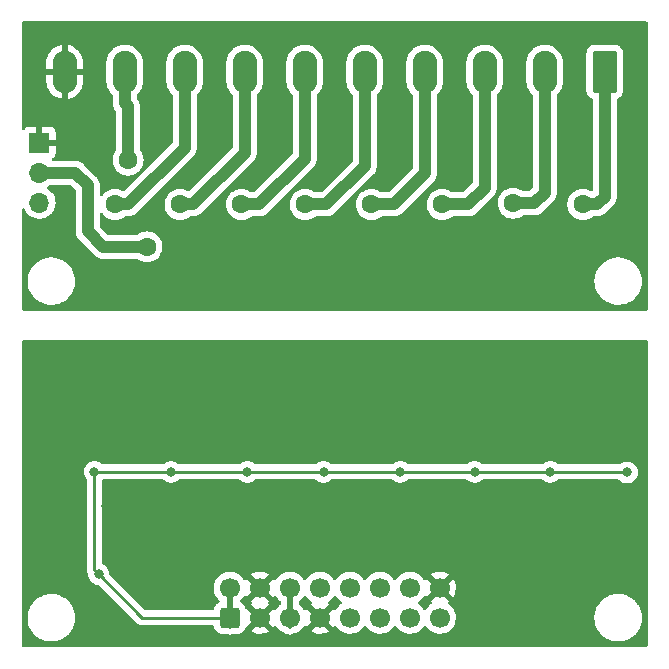
<source format=gbr>
%TF.GenerationSoftware,KiCad,Pcbnew,6.0.11+dfsg-1~bpo11+1*%
%TF.CreationDate,2023-07-05T16:24:21+02:00*%
%TF.ProjectId,dout8rib21,646f7574-3872-4696-9232-312e6b696361,1.1*%
%TF.SameCoordinates,Original*%
%TF.FileFunction,Copper,L2,Bot*%
%TF.FilePolarity,Positive*%
%FSLAX46Y46*%
G04 Gerber Fmt 4.6, Leading zero omitted, Abs format (unit mm)*
G04 Created by KiCad (PCBNEW 6.0.11+dfsg-1~bpo11+1) date 2023-07-05 16:24:21*
%MOMM*%
%LPD*%
G01*
G04 APERTURE LIST*
G04 Aperture macros list*
%AMRoundRect*
0 Rectangle with rounded corners*
0 $1 Rounding radius*
0 $2 $3 $4 $5 $6 $7 $8 $9 X,Y pos of 4 corners*
0 Add a 4 corners polygon primitive as box body*
4,1,4,$2,$3,$4,$5,$6,$7,$8,$9,$2,$3,0*
0 Add four circle primitives for the rounded corners*
1,1,$1+$1,$2,$3*
1,1,$1+$1,$4,$5*
1,1,$1+$1,$6,$7*
1,1,$1+$1,$8,$9*
0 Add four rect primitives between the rounded corners*
20,1,$1+$1,$2,$3,$4,$5,0*
20,1,$1+$1,$4,$5,$6,$7,0*
20,1,$1+$1,$6,$7,$8,$9,0*
20,1,$1+$1,$8,$9,$2,$3,0*%
G04 Aperture macros list end*
%TA.AperFunction,ComponentPad*%
%ADD10R,1.700000X1.700000*%
%TD*%
%TA.AperFunction,ComponentPad*%
%ADD11O,1.700000X1.700000*%
%TD*%
%TA.AperFunction,ComponentPad*%
%ADD12RoundRect,0.250000X0.600000X-0.600000X0.600000X0.600000X-0.600000X0.600000X-0.600000X-0.600000X0*%
%TD*%
%TA.AperFunction,ComponentPad*%
%ADD13C,1.700000*%
%TD*%
%TA.AperFunction,ComponentPad*%
%ADD14RoundRect,0.249999X0.790001X1.550001X-0.790001X1.550001X-0.790001X-1.550001X0.790001X-1.550001X0*%
%TD*%
%TA.AperFunction,ComponentPad*%
%ADD15O,2.080000X3.600000*%
%TD*%
%TA.AperFunction,ViaPad*%
%ADD16C,0.800000*%
%TD*%
%TA.AperFunction,ViaPad*%
%ADD17C,1.600000*%
%TD*%
%TA.AperFunction,Conductor*%
%ADD18C,0.500000*%
%TD*%
%TA.AperFunction,Conductor*%
%ADD19C,1.000000*%
%TD*%
%TA.AperFunction,Conductor*%
%ADD20C,0.250000*%
%TD*%
G04 APERTURE END LIST*
D10*
%TO.P,J3,1,Pin_1*%
%TO.N,GNDD*%
X128000000Y-76775000D03*
D11*
%TO.P,J3,2,Pin_2*%
%TO.N,/COM*%
X128000000Y-79315000D03*
%TO.P,J3,3,Pin_3*%
%TO.N,+VDC*%
X128000000Y-81855000D03*
%TD*%
D12*
%TO.P,J1,1,Pin_1*%
%TO.N,+24V*%
X144110000Y-117000000D03*
D13*
%TO.P,J1,2,Pin_2*%
X144110000Y-114460000D03*
%TO.P,J1,3,Pin_3*%
%TO.N,GND*%
X146650000Y-117000000D03*
%TO.P,J1,4,Pin_4*%
X146650000Y-114460000D03*
%TO.P,J1,5,Pin_5*%
%TO.N,+3.3V*%
X149190000Y-117000000D03*
%TO.P,J1,6,Pin_6*%
X149190000Y-114460000D03*
%TO.P,J1,7,Pin_7*%
%TO.N,GND*%
X151730000Y-117000000D03*
%TO.P,J1,8,Pin_8*%
%TO.N,/O7*%
X151730000Y-114460000D03*
%TO.P,J1,9,Pin_9*%
%TO.N,/O6*%
X154270000Y-117000000D03*
%TO.P,J1,10,Pin_10*%
%TO.N,/O5*%
X154270000Y-114460000D03*
%TO.P,J1,11,Pin_11*%
%TO.N,/O4*%
X156810000Y-117000000D03*
%TO.P,J1,12,Pin_12*%
%TO.N,/O3*%
X156810000Y-114460000D03*
%TO.P,J1,13,Pin_13*%
%TO.N,/O2*%
X159350000Y-117000000D03*
%TO.P,J1,14,Pin_14*%
%TO.N,/O1*%
X159350000Y-114460000D03*
%TO.P,J1,15,Pin_15*%
%TO.N,/O0*%
X161890000Y-117000000D03*
%TO.P,J1,16,Pin_16*%
%TO.N,GND*%
X161890000Y-114460000D03*
%TD*%
D14*
%TO.P,J2,1,Pin_1*%
%TO.N,/OUT_0*%
X175860000Y-70777500D03*
D15*
%TO.P,J2,2,Pin_2*%
%TO.N,/OUT_1*%
X170780000Y-70777500D03*
%TO.P,J2,3,Pin_3*%
%TO.N,/OUT_2*%
X165700000Y-70777500D03*
%TO.P,J2,4,Pin_4*%
%TO.N,/OUT_3*%
X160620000Y-70777500D03*
%TO.P,J2,5,Pin_5*%
%TO.N,/OUT_4*%
X155540000Y-70777500D03*
%TO.P,J2,6,Pin_6*%
%TO.N,/OUT_5*%
X150460000Y-70777500D03*
%TO.P,J2,7,Pin_7*%
%TO.N,/OUT_6*%
X145380000Y-70777500D03*
%TO.P,J2,8,Pin_8*%
%TO.N,/OUT_7*%
X140300000Y-70777500D03*
%TO.P,J2,9,Pin_9*%
%TO.N,+VDC*%
X135220000Y-70777500D03*
%TO.P,J2,10,Pin_10*%
%TO.N,GNDD*%
X130140000Y-70777500D03*
%TD*%
D16*
%TO.N,GND*%
X165750000Y-107850000D03*
X155950000Y-99100000D03*
X177850000Y-95300000D03*
X139600000Y-107500000D03*
X178250000Y-107900000D03*
X169250000Y-98900000D03*
X133650000Y-107550000D03*
X142100000Y-98850000D03*
X159050000Y-107600000D03*
X175600000Y-98800000D03*
X146050000Y-107500000D03*
X172400000Y-107900000D03*
X135300000Y-98900000D03*
X150450000Y-98850000D03*
X148150000Y-98950000D03*
X152700000Y-107700000D03*
X162800000Y-98950000D03*
D17*
%TO.N,/OUT_6*%
X139900000Y-82000000D03*
%TO.N,/OUT_7*%
X134400000Y-82000000D03*
D16*
%TO.N,+24V*%
X164850000Y-104650000D03*
X152050000Y-104650000D03*
X133000000Y-113300000D03*
X171250000Y-104650000D03*
X132650000Y-104650000D03*
X145600000Y-104650000D03*
X177750000Y-104700000D03*
X139150000Y-104650000D03*
X158550000Y-104650000D03*
D17*
%TO.N,/COM*%
X137100000Y-85600000D03*
%TO.N,/OUT_0*%
X174000000Y-82000000D03*
%TO.N,/OUT_1*%
X168100000Y-81900000D03*
%TO.N,/OUT_2*%
X162100000Y-82000000D03*
%TO.N,/OUT_3*%
X156100000Y-82000000D03*
%TO.N,/OUT_4*%
X150500000Y-82000000D03*
%TO.N,/OUT_5*%
X145100000Y-82000000D03*
D16*
%TO.N,GNDD*%
X137400000Y-82900000D03*
X130300000Y-83700000D03*
D17*
%TO.N,+VDC*%
X135500000Y-78250000D03*
%TD*%
D18*
%TO.N,+3.3V*%
X149190000Y-115120000D02*
X149190000Y-117660000D01*
D19*
%TO.N,/OUT_6*%
X141000000Y-82000000D02*
X139900000Y-82000000D01*
X145380000Y-70777500D02*
X145380000Y-77620000D01*
X145380000Y-77620000D02*
X141000000Y-82000000D01*
%TO.N,/OUT_7*%
X135500000Y-82000000D02*
X134400000Y-82000000D01*
X140300000Y-70777500D02*
X140300000Y-77200000D01*
X140300000Y-77200000D02*
X135500000Y-82000000D01*
D20*
%TO.N,+24V*%
X158550000Y-104650000D02*
X164850000Y-104650000D01*
D18*
X144110000Y-115120000D02*
X144110000Y-117660000D01*
D20*
X139150000Y-104650000D02*
X145600000Y-104650000D01*
X132650000Y-104650000D02*
X139150000Y-104650000D01*
X136700000Y-117000000D02*
X133000000Y-113300000D01*
X132650000Y-112950000D02*
X133000000Y-113300000D01*
X164850000Y-104650000D02*
X171250000Y-104650000D01*
X171250000Y-104650000D02*
X177700000Y-104650000D01*
X132650000Y-104650000D02*
X132650000Y-112950000D01*
X152050000Y-104650000D02*
X158550000Y-104650000D01*
X144110000Y-117000000D02*
X136700000Y-117000000D01*
X177700000Y-104650000D02*
X177750000Y-104700000D01*
X145600000Y-104650000D02*
X152050000Y-104650000D01*
D19*
%TO.N,/COM*%
X137100000Y-85600000D02*
X133400000Y-85600000D01*
X132100000Y-84300000D02*
X132100000Y-80400000D01*
X132100000Y-80400000D02*
X131015000Y-79315000D01*
X131015000Y-79315000D02*
X128000000Y-79315000D01*
X133400000Y-85600000D02*
X132100000Y-84300000D01*
%TO.N,/OUT_0*%
X175300000Y-81900000D02*
X175200000Y-82000000D01*
X175860000Y-70777500D02*
X175860000Y-81340000D01*
X175860000Y-81340000D02*
X175300000Y-81900000D01*
X175200000Y-82000000D02*
X174000000Y-82000000D01*
%TO.N,/OUT_1*%
X169900000Y-81900000D02*
X168100000Y-81900000D01*
X170780000Y-81020000D02*
X169900000Y-81900000D01*
X170780000Y-70777500D02*
X170780000Y-81020000D01*
%TO.N,/OUT_2*%
X164300000Y-82000000D02*
X162100000Y-82000000D01*
X165700000Y-70777500D02*
X165700000Y-80600000D01*
X165700000Y-80600000D02*
X164300000Y-82000000D01*
%TO.N,/OUT_3*%
X160620000Y-70777500D02*
X160620000Y-79180000D01*
X160620000Y-79380000D02*
X158000000Y-82000000D01*
X160620000Y-79180000D02*
X160620000Y-79380000D01*
X158000000Y-82000000D02*
X156100000Y-82000000D01*
%TO.N,/OUT_4*%
X152300000Y-82000000D02*
X150500000Y-82000000D01*
X155540000Y-70777500D02*
X155540000Y-78760000D01*
X155540000Y-78760000D02*
X152300000Y-82000000D01*
%TO.N,/OUT_5*%
X150460000Y-78140000D02*
X146600000Y-82000000D01*
X150460000Y-70777500D02*
X150460000Y-78140000D01*
X146600000Y-82000000D02*
X145100000Y-82000000D01*
%TO.N,+VDC*%
X135220000Y-73420000D02*
X135220000Y-70777500D01*
X135500000Y-73700000D02*
X135220000Y-73420000D01*
X135500000Y-78250000D02*
X135500000Y-73700000D01*
%TD*%
%TA.AperFunction,Conductor*%
%TO.N,GNDD*%
G36*
X179433621Y-66528502D02*
G01*
X179480114Y-66582158D01*
X179491500Y-66634500D01*
X179491500Y-90874000D01*
X179471498Y-90942121D01*
X179417842Y-90988614D01*
X179365500Y-91000000D01*
X126634500Y-91000000D01*
X126566379Y-90979998D01*
X126519886Y-90926342D01*
X126508500Y-90874000D01*
X126508500Y-88478918D01*
X126986917Y-88478918D01*
X126987334Y-88486156D01*
X127002682Y-88752320D01*
X127055405Y-89021053D01*
X127056792Y-89025103D01*
X127056793Y-89025108D01*
X127142723Y-89276088D01*
X127144112Y-89280144D01*
X127173238Y-89338054D01*
X127242837Y-89476437D01*
X127267160Y-89524799D01*
X127269586Y-89528328D01*
X127269589Y-89528334D01*
X127419843Y-89746953D01*
X127422274Y-89750490D01*
X127606582Y-89953043D01*
X127816675Y-90128707D01*
X127820316Y-90130991D01*
X128045024Y-90271951D01*
X128045028Y-90271953D01*
X128048664Y-90274234D01*
X128116544Y-90304883D01*
X128294345Y-90385164D01*
X128294349Y-90385166D01*
X128298257Y-90386930D01*
X128302377Y-90388150D01*
X128302376Y-90388150D01*
X128556723Y-90463491D01*
X128556727Y-90463492D01*
X128560836Y-90464709D01*
X128565070Y-90465357D01*
X128565075Y-90465358D01*
X128827298Y-90505483D01*
X128827300Y-90505483D01*
X128831540Y-90506132D01*
X128970912Y-90508322D01*
X129101071Y-90510367D01*
X129101077Y-90510367D01*
X129105362Y-90510434D01*
X129377235Y-90477534D01*
X129642127Y-90408041D01*
X129646087Y-90406401D01*
X129646092Y-90406399D01*
X129768631Y-90355641D01*
X129895136Y-90303241D01*
X130131582Y-90165073D01*
X130347089Y-89996094D01*
X130388809Y-89953043D01*
X130534686Y-89802509D01*
X130537669Y-89799431D01*
X130540202Y-89795983D01*
X130540206Y-89795978D01*
X130697257Y-89582178D01*
X130699795Y-89578723D01*
X130727154Y-89528334D01*
X130828418Y-89341830D01*
X130828419Y-89341828D01*
X130830468Y-89338054D01*
X130927269Y-89081877D01*
X130968173Y-88903279D01*
X130987449Y-88819117D01*
X130987450Y-88819113D01*
X130988407Y-88814933D01*
X130996910Y-88719665D01*
X131012531Y-88544627D01*
X131012531Y-88544625D01*
X131012751Y-88542161D01*
X131013193Y-88500000D01*
X131011756Y-88478918D01*
X174986917Y-88478918D01*
X174987334Y-88486156D01*
X175002682Y-88752320D01*
X175055405Y-89021053D01*
X175056792Y-89025103D01*
X175056793Y-89025108D01*
X175142723Y-89276088D01*
X175144112Y-89280144D01*
X175173238Y-89338054D01*
X175242837Y-89476437D01*
X175267160Y-89524799D01*
X175269586Y-89528328D01*
X175269589Y-89528334D01*
X175419843Y-89746953D01*
X175422274Y-89750490D01*
X175606582Y-89953043D01*
X175816675Y-90128707D01*
X175820316Y-90130991D01*
X176045024Y-90271951D01*
X176045028Y-90271953D01*
X176048664Y-90274234D01*
X176116544Y-90304883D01*
X176294345Y-90385164D01*
X176294349Y-90385166D01*
X176298257Y-90386930D01*
X176302377Y-90388150D01*
X176302376Y-90388150D01*
X176556723Y-90463491D01*
X176556727Y-90463492D01*
X176560836Y-90464709D01*
X176565070Y-90465357D01*
X176565075Y-90465358D01*
X176827298Y-90505483D01*
X176827300Y-90505483D01*
X176831540Y-90506132D01*
X176970912Y-90508322D01*
X177101071Y-90510367D01*
X177101077Y-90510367D01*
X177105362Y-90510434D01*
X177377235Y-90477534D01*
X177642127Y-90408041D01*
X177646087Y-90406401D01*
X177646092Y-90406399D01*
X177768631Y-90355641D01*
X177895136Y-90303241D01*
X178131582Y-90165073D01*
X178347089Y-89996094D01*
X178388809Y-89953043D01*
X178534686Y-89802509D01*
X178537669Y-89799431D01*
X178540202Y-89795983D01*
X178540206Y-89795978D01*
X178697257Y-89582178D01*
X178699795Y-89578723D01*
X178727154Y-89528334D01*
X178828418Y-89341830D01*
X178828419Y-89341828D01*
X178830468Y-89338054D01*
X178927269Y-89081877D01*
X178968173Y-88903279D01*
X178987449Y-88819117D01*
X178987450Y-88819113D01*
X178988407Y-88814933D01*
X178996910Y-88719665D01*
X179012531Y-88544627D01*
X179012531Y-88544625D01*
X179012751Y-88542161D01*
X179013193Y-88500000D01*
X179011465Y-88474648D01*
X178994859Y-88231055D01*
X178994858Y-88231049D01*
X178994567Y-88226778D01*
X178939032Y-87958612D01*
X178847617Y-87700465D01*
X178722013Y-87457112D01*
X178712040Y-87442921D01*
X178567008Y-87236562D01*
X178564545Y-87233057D01*
X178378125Y-87032445D01*
X178374810Y-87029731D01*
X178374806Y-87029728D01*
X178232215Y-86913019D01*
X178166205Y-86858990D01*
X177932704Y-86715901D01*
X177928768Y-86714173D01*
X177685873Y-86607549D01*
X177685869Y-86607548D01*
X177681945Y-86605825D01*
X177418566Y-86530800D01*
X177414324Y-86530196D01*
X177414318Y-86530195D01*
X177213834Y-86501662D01*
X177147443Y-86492213D01*
X177003589Y-86491460D01*
X176877877Y-86490802D01*
X176877871Y-86490802D01*
X176873591Y-86490780D01*
X176869347Y-86491339D01*
X176869343Y-86491339D01*
X176750302Y-86507011D01*
X176602078Y-86526525D01*
X176597938Y-86527658D01*
X176597936Y-86527658D01*
X176562461Y-86537363D01*
X176337928Y-86598788D01*
X176333980Y-86600472D01*
X176089982Y-86704546D01*
X176089978Y-86704548D01*
X176086030Y-86706232D01*
X176029860Y-86739849D01*
X175854725Y-86844664D01*
X175854721Y-86844667D01*
X175851043Y-86846868D01*
X175637318Y-87018094D01*
X175448808Y-87216742D01*
X175289002Y-87439136D01*
X175160857Y-87681161D01*
X175159385Y-87685184D01*
X175159383Y-87685188D01*
X175116872Y-87801355D01*
X175066743Y-87938337D01*
X175008404Y-88205907D01*
X174986917Y-88478918D01*
X131011756Y-88478918D01*
X131011465Y-88474648D01*
X130994859Y-88231055D01*
X130994858Y-88231049D01*
X130994567Y-88226778D01*
X130939032Y-87958612D01*
X130847617Y-87700465D01*
X130722013Y-87457112D01*
X130712040Y-87442921D01*
X130567008Y-87236562D01*
X130564545Y-87233057D01*
X130378125Y-87032445D01*
X130374810Y-87029731D01*
X130374806Y-87029728D01*
X130232215Y-86913019D01*
X130166205Y-86858990D01*
X129932704Y-86715901D01*
X129928768Y-86714173D01*
X129685873Y-86607549D01*
X129685869Y-86607548D01*
X129681945Y-86605825D01*
X129418566Y-86530800D01*
X129414324Y-86530196D01*
X129414318Y-86530195D01*
X129213834Y-86501662D01*
X129147443Y-86492213D01*
X129003589Y-86491460D01*
X128877877Y-86490802D01*
X128877871Y-86490802D01*
X128873591Y-86490780D01*
X128869347Y-86491339D01*
X128869343Y-86491339D01*
X128750302Y-86507011D01*
X128602078Y-86526525D01*
X128597938Y-86527658D01*
X128597936Y-86527658D01*
X128562461Y-86537363D01*
X128337928Y-86598788D01*
X128333980Y-86600472D01*
X128089982Y-86704546D01*
X128089978Y-86704548D01*
X128086030Y-86706232D01*
X128029860Y-86739849D01*
X127854725Y-86844664D01*
X127854721Y-86844667D01*
X127851043Y-86846868D01*
X127637318Y-87018094D01*
X127448808Y-87216742D01*
X127289002Y-87439136D01*
X127160857Y-87681161D01*
X127159385Y-87685184D01*
X127159383Y-87685188D01*
X127116872Y-87801355D01*
X127066743Y-87938337D01*
X127008404Y-88205907D01*
X126986917Y-88478918D01*
X126508500Y-88478918D01*
X126508500Y-82438156D01*
X126528502Y-82370035D01*
X126582158Y-82323542D01*
X126652432Y-82313438D01*
X126717012Y-82342932D01*
X126751243Y-82390752D01*
X126770492Y-82438156D01*
X126783266Y-82469616D01*
X126785965Y-82474020D01*
X126895802Y-82653258D01*
X126899987Y-82660088D01*
X127046250Y-82828938D01*
X127218126Y-82971632D01*
X127411000Y-83084338D01*
X127619692Y-83164030D01*
X127624760Y-83165061D01*
X127624763Y-83165062D01*
X127732017Y-83186883D01*
X127838597Y-83208567D01*
X127843772Y-83208757D01*
X127843774Y-83208757D01*
X128056673Y-83216564D01*
X128056677Y-83216564D01*
X128061837Y-83216753D01*
X128066957Y-83216097D01*
X128066959Y-83216097D01*
X128278288Y-83189025D01*
X128278289Y-83189025D01*
X128283416Y-83188368D01*
X128288366Y-83186883D01*
X128492429Y-83125661D01*
X128492434Y-83125659D01*
X128497384Y-83124174D01*
X128697994Y-83025896D01*
X128879860Y-82896173D01*
X128932150Y-82844066D01*
X128991125Y-82785296D01*
X129038096Y-82738489D01*
X129050050Y-82721854D01*
X129165435Y-82561277D01*
X129168453Y-82557077D01*
X129219286Y-82454225D01*
X129265136Y-82361453D01*
X129265137Y-82361451D01*
X129267430Y-82356811D01*
X129304925Y-82233402D01*
X129330865Y-82148023D01*
X129330865Y-82148021D01*
X129332370Y-82143069D01*
X129361529Y-81921590D01*
X129361736Y-81913112D01*
X129363074Y-81858365D01*
X129363074Y-81858361D01*
X129363156Y-81855000D01*
X129344852Y-81632361D01*
X129290431Y-81415702D01*
X129201354Y-81210840D01*
X129117198Y-81080755D01*
X129082822Y-81027617D01*
X129082820Y-81027614D01*
X129080014Y-81023277D01*
X128929670Y-80858051D01*
X128925619Y-80854852D01*
X128925615Y-80854848D01*
X128758414Y-80722800D01*
X128758410Y-80722798D01*
X128754359Y-80719598D01*
X128713053Y-80696796D01*
X128663084Y-80646364D01*
X128648312Y-80576921D01*
X128673428Y-80510516D01*
X128700780Y-80483909D01*
X128875651Y-80359175D01*
X128879860Y-80356173D01*
X128882886Y-80353157D01*
X128947588Y-80324570D01*
X128963976Y-80323500D01*
X130545074Y-80323500D01*
X130613195Y-80343502D01*
X130634169Y-80360404D01*
X131054595Y-80780829D01*
X131088620Y-80843142D01*
X131091500Y-80869925D01*
X131091500Y-84238157D01*
X131090763Y-84251764D01*
X131086676Y-84289388D01*
X131088169Y-84306457D01*
X131091050Y-84339388D01*
X131091379Y-84344214D01*
X131091500Y-84346686D01*
X131091500Y-84349769D01*
X131091801Y-84352837D01*
X131095690Y-84392506D01*
X131095812Y-84393819D01*
X131103913Y-84486413D01*
X131105400Y-84491532D01*
X131105920Y-84496833D01*
X131132791Y-84585834D01*
X131133126Y-84586967D01*
X131159091Y-84676336D01*
X131161544Y-84681068D01*
X131163084Y-84686169D01*
X131165978Y-84691612D01*
X131206731Y-84768260D01*
X131207343Y-84769426D01*
X131250108Y-84851926D01*
X131253431Y-84856089D01*
X131255934Y-84860796D01*
X131314755Y-84932918D01*
X131315446Y-84933774D01*
X131346738Y-84972973D01*
X131349242Y-84975477D01*
X131349884Y-84976195D01*
X131353585Y-84980528D01*
X131380935Y-85014062D01*
X131385682Y-85017989D01*
X131385684Y-85017991D01*
X131416262Y-85043287D01*
X131425042Y-85051277D01*
X132643145Y-86269379D01*
X132652247Y-86279522D01*
X132675968Y-86309025D01*
X132680696Y-86312992D01*
X132714421Y-86341291D01*
X132718070Y-86344473D01*
X132719883Y-86346117D01*
X132722075Y-86348309D01*
X132755276Y-86375580D01*
X132756164Y-86376318D01*
X132791437Y-86405915D01*
X132822753Y-86432193D01*
X132822756Y-86432195D01*
X132827474Y-86436154D01*
X132832147Y-86438723D01*
X132836262Y-86442103D01*
X132841691Y-86445014D01*
X132841694Y-86445016D01*
X132918180Y-86486028D01*
X132919338Y-86486657D01*
X132991859Y-86526525D01*
X133000787Y-86531433D01*
X133005865Y-86533044D01*
X133010563Y-86535563D01*
X133099498Y-86562753D01*
X133100702Y-86563128D01*
X133189306Y-86591235D01*
X133194597Y-86591828D01*
X133199698Y-86593388D01*
X133292311Y-86602795D01*
X133293431Y-86602915D01*
X133343227Y-86608500D01*
X133346756Y-86608500D01*
X133347739Y-86608555D01*
X133353426Y-86609003D01*
X133373683Y-86611060D01*
X133390336Y-86612752D01*
X133390339Y-86612752D01*
X133396463Y-86613374D01*
X133442112Y-86609059D01*
X133453969Y-86608500D01*
X136219260Y-86608500D01*
X136291531Y-86631287D01*
X136443251Y-86737523D01*
X136448233Y-86739846D01*
X136448238Y-86739849D01*
X136645775Y-86831961D01*
X136650757Y-86834284D01*
X136656065Y-86835706D01*
X136656067Y-86835707D01*
X136866598Y-86892119D01*
X136866600Y-86892119D01*
X136871913Y-86893543D01*
X137100000Y-86913498D01*
X137328087Y-86893543D01*
X137333400Y-86892119D01*
X137333402Y-86892119D01*
X137543933Y-86835707D01*
X137543935Y-86835706D01*
X137549243Y-86834284D01*
X137554225Y-86831961D01*
X137751762Y-86739849D01*
X137751767Y-86739846D01*
X137756749Y-86737523D01*
X137861611Y-86664098D01*
X137939789Y-86609357D01*
X137939792Y-86609355D01*
X137944300Y-86606198D01*
X138106198Y-86444300D01*
X138110428Y-86438260D01*
X138200919Y-86309025D01*
X138237523Y-86256749D01*
X138239846Y-86251767D01*
X138239849Y-86251762D01*
X138331961Y-86054225D01*
X138331961Y-86054224D01*
X138334284Y-86049243D01*
X138393543Y-85828087D01*
X138413498Y-85600000D01*
X138393543Y-85371913D01*
X138334284Y-85150757D01*
X138285935Y-85047071D01*
X138239849Y-84948238D01*
X138239846Y-84948233D01*
X138237523Y-84943251D01*
X138106198Y-84755700D01*
X137944300Y-84593802D01*
X137939792Y-84590645D01*
X137939789Y-84590643D01*
X137799103Y-84492134D01*
X137756749Y-84462477D01*
X137751767Y-84460154D01*
X137751762Y-84460151D01*
X137554225Y-84368039D01*
X137554224Y-84368039D01*
X137549243Y-84365716D01*
X137543935Y-84364294D01*
X137543933Y-84364293D01*
X137333402Y-84307881D01*
X137333400Y-84307881D01*
X137328087Y-84306457D01*
X137100000Y-84286502D01*
X136871913Y-84306457D01*
X136866600Y-84307881D01*
X136866598Y-84307881D01*
X136656067Y-84364293D01*
X136656065Y-84364294D01*
X136650757Y-84365716D01*
X136645776Y-84368039D01*
X136645775Y-84368039D01*
X136448238Y-84460151D01*
X136448233Y-84460154D01*
X136443251Y-84462477D01*
X136400897Y-84492134D01*
X136291531Y-84568713D01*
X136219260Y-84591500D01*
X133869924Y-84591500D01*
X133801803Y-84571498D01*
X133780829Y-84554595D01*
X133145405Y-83919171D01*
X133111379Y-83856859D01*
X133108500Y-83830076D01*
X133108500Y-82836468D01*
X133128502Y-82768347D01*
X133182158Y-82721854D01*
X133252432Y-82711750D01*
X133317012Y-82741244D01*
X133337713Y-82764197D01*
X133388632Y-82836916D01*
X133393802Y-82844300D01*
X133555700Y-83006198D01*
X133560208Y-83009355D01*
X133560211Y-83009357D01*
X133603758Y-83039849D01*
X133743251Y-83137523D01*
X133748233Y-83139846D01*
X133748238Y-83139849D01*
X133912756Y-83216564D01*
X133950757Y-83234284D01*
X133956065Y-83235706D01*
X133956067Y-83235707D01*
X134166598Y-83292119D01*
X134166600Y-83292119D01*
X134171913Y-83293543D01*
X134400000Y-83313498D01*
X134628087Y-83293543D01*
X134633400Y-83292119D01*
X134633402Y-83292119D01*
X134843933Y-83235707D01*
X134843935Y-83235706D01*
X134849243Y-83234284D01*
X134887244Y-83216564D01*
X135051762Y-83139849D01*
X135051767Y-83139846D01*
X135056749Y-83137523D01*
X135208469Y-83031287D01*
X135280740Y-83008500D01*
X135438157Y-83008500D01*
X135451764Y-83009237D01*
X135483262Y-83012659D01*
X135483267Y-83012659D01*
X135489388Y-83013324D01*
X135515638Y-83011027D01*
X135539388Y-83008950D01*
X135544214Y-83008621D01*
X135546686Y-83008500D01*
X135549769Y-83008500D01*
X135561738Y-83007326D01*
X135592506Y-83004310D01*
X135593819Y-83004188D01*
X135638084Y-83000315D01*
X135686413Y-82996087D01*
X135691532Y-82994600D01*
X135696833Y-82994080D01*
X135785834Y-82967209D01*
X135786967Y-82966874D01*
X135870414Y-82942630D01*
X135870418Y-82942628D01*
X135876336Y-82940909D01*
X135881068Y-82938456D01*
X135886169Y-82936916D01*
X135896756Y-82931287D01*
X135968260Y-82893269D01*
X135969426Y-82892657D01*
X136046453Y-82852729D01*
X136051926Y-82849892D01*
X136056089Y-82846569D01*
X136060796Y-82844066D01*
X136067675Y-82838456D01*
X136084135Y-82825031D01*
X136132918Y-82785245D01*
X136133774Y-82784554D01*
X136172973Y-82753262D01*
X136175477Y-82750758D01*
X136176195Y-82750116D01*
X136180528Y-82746415D01*
X136214062Y-82719065D01*
X136220114Y-82711750D01*
X136243287Y-82683738D01*
X136251277Y-82674958D01*
X136926235Y-82000000D01*
X138586502Y-82000000D01*
X138606457Y-82228087D01*
X138607881Y-82233400D01*
X138607881Y-82233402D01*
X138642193Y-82361453D01*
X138665716Y-82449243D01*
X138668039Y-82454224D01*
X138668039Y-82454225D01*
X138760151Y-82651762D01*
X138760154Y-82651767D01*
X138762477Y-82656749D01*
X138829683Y-82752729D01*
X138888632Y-82836916D01*
X138893802Y-82844300D01*
X139055700Y-83006198D01*
X139060208Y-83009355D01*
X139060211Y-83009357D01*
X139103758Y-83039849D01*
X139243251Y-83137523D01*
X139248233Y-83139846D01*
X139248238Y-83139849D01*
X139412756Y-83216564D01*
X139450757Y-83234284D01*
X139456065Y-83235706D01*
X139456067Y-83235707D01*
X139666598Y-83292119D01*
X139666600Y-83292119D01*
X139671913Y-83293543D01*
X139900000Y-83313498D01*
X140128087Y-83293543D01*
X140133400Y-83292119D01*
X140133402Y-83292119D01*
X140343933Y-83235707D01*
X140343935Y-83235706D01*
X140349243Y-83234284D01*
X140387244Y-83216564D01*
X140551762Y-83139849D01*
X140551767Y-83139846D01*
X140556749Y-83137523D01*
X140708469Y-83031287D01*
X140780740Y-83008500D01*
X140938157Y-83008500D01*
X140951764Y-83009237D01*
X140983262Y-83012659D01*
X140983267Y-83012659D01*
X140989388Y-83013324D01*
X141015638Y-83011027D01*
X141039388Y-83008950D01*
X141044214Y-83008621D01*
X141046686Y-83008500D01*
X141049769Y-83008500D01*
X141061738Y-83007326D01*
X141092506Y-83004310D01*
X141093819Y-83004188D01*
X141138084Y-83000315D01*
X141186413Y-82996087D01*
X141191532Y-82994600D01*
X141196833Y-82994080D01*
X141285834Y-82967209D01*
X141286967Y-82966874D01*
X141370414Y-82942630D01*
X141370418Y-82942628D01*
X141376336Y-82940909D01*
X141381068Y-82938456D01*
X141386169Y-82936916D01*
X141396756Y-82931287D01*
X141468260Y-82893269D01*
X141469426Y-82892657D01*
X141546453Y-82852729D01*
X141551926Y-82849892D01*
X141556089Y-82846569D01*
X141560796Y-82844066D01*
X141567675Y-82838456D01*
X141584135Y-82825031D01*
X141632918Y-82785245D01*
X141633774Y-82784554D01*
X141672973Y-82753262D01*
X141675477Y-82750758D01*
X141676195Y-82750116D01*
X141680528Y-82746415D01*
X141714062Y-82719065D01*
X141720114Y-82711750D01*
X141743287Y-82683738D01*
X141751277Y-82674958D01*
X142426235Y-82000000D01*
X143786502Y-82000000D01*
X143806457Y-82228087D01*
X143807881Y-82233400D01*
X143807881Y-82233402D01*
X143842193Y-82361453D01*
X143865716Y-82449243D01*
X143868039Y-82454224D01*
X143868039Y-82454225D01*
X143960151Y-82651762D01*
X143960154Y-82651767D01*
X143962477Y-82656749D01*
X144029683Y-82752729D01*
X144088632Y-82836916D01*
X144093802Y-82844300D01*
X144255700Y-83006198D01*
X144260208Y-83009355D01*
X144260211Y-83009357D01*
X144303758Y-83039849D01*
X144443251Y-83137523D01*
X144448233Y-83139846D01*
X144448238Y-83139849D01*
X144612756Y-83216564D01*
X144650757Y-83234284D01*
X144656065Y-83235706D01*
X144656067Y-83235707D01*
X144866598Y-83292119D01*
X144866600Y-83292119D01*
X144871913Y-83293543D01*
X145100000Y-83313498D01*
X145328087Y-83293543D01*
X145333400Y-83292119D01*
X145333402Y-83292119D01*
X145543933Y-83235707D01*
X145543935Y-83235706D01*
X145549243Y-83234284D01*
X145587244Y-83216564D01*
X145751762Y-83139849D01*
X145751767Y-83139846D01*
X145756749Y-83137523D01*
X145908469Y-83031287D01*
X145980740Y-83008500D01*
X146538157Y-83008500D01*
X146551764Y-83009237D01*
X146583262Y-83012659D01*
X146583267Y-83012659D01*
X146589388Y-83013324D01*
X146615638Y-83011027D01*
X146639388Y-83008950D01*
X146644214Y-83008621D01*
X146646686Y-83008500D01*
X146649769Y-83008500D01*
X146661738Y-83007326D01*
X146692506Y-83004310D01*
X146693819Y-83004188D01*
X146738084Y-83000315D01*
X146786413Y-82996087D01*
X146791532Y-82994600D01*
X146796833Y-82994080D01*
X146885834Y-82967209D01*
X146886967Y-82966874D01*
X146970414Y-82942630D01*
X146970418Y-82942628D01*
X146976336Y-82940909D01*
X146981068Y-82938456D01*
X146986169Y-82936916D01*
X146996756Y-82931287D01*
X147068260Y-82893269D01*
X147069426Y-82892657D01*
X147146453Y-82852729D01*
X147151926Y-82849892D01*
X147156089Y-82846569D01*
X147160796Y-82844066D01*
X147167675Y-82838456D01*
X147184135Y-82825031D01*
X147232918Y-82785245D01*
X147233774Y-82784554D01*
X147272973Y-82753262D01*
X147275477Y-82750758D01*
X147276195Y-82750116D01*
X147280528Y-82746415D01*
X147314062Y-82719065D01*
X147320114Y-82711750D01*
X147343287Y-82683738D01*
X147351277Y-82674958D01*
X148026235Y-82000000D01*
X149186502Y-82000000D01*
X149206457Y-82228087D01*
X149207881Y-82233400D01*
X149207881Y-82233402D01*
X149242193Y-82361453D01*
X149265716Y-82449243D01*
X149268039Y-82454224D01*
X149268039Y-82454225D01*
X149360151Y-82651762D01*
X149360154Y-82651767D01*
X149362477Y-82656749D01*
X149429683Y-82752729D01*
X149488632Y-82836916D01*
X149493802Y-82844300D01*
X149655700Y-83006198D01*
X149660208Y-83009355D01*
X149660211Y-83009357D01*
X149703758Y-83039849D01*
X149843251Y-83137523D01*
X149848233Y-83139846D01*
X149848238Y-83139849D01*
X150012756Y-83216564D01*
X150050757Y-83234284D01*
X150056065Y-83235706D01*
X150056067Y-83235707D01*
X150266598Y-83292119D01*
X150266600Y-83292119D01*
X150271913Y-83293543D01*
X150500000Y-83313498D01*
X150728087Y-83293543D01*
X150733400Y-83292119D01*
X150733402Y-83292119D01*
X150943933Y-83235707D01*
X150943935Y-83235706D01*
X150949243Y-83234284D01*
X150987244Y-83216564D01*
X151151762Y-83139849D01*
X151151767Y-83139846D01*
X151156749Y-83137523D01*
X151308469Y-83031287D01*
X151380740Y-83008500D01*
X152238157Y-83008500D01*
X152251764Y-83009237D01*
X152283262Y-83012659D01*
X152283267Y-83012659D01*
X152289388Y-83013324D01*
X152315638Y-83011027D01*
X152339388Y-83008950D01*
X152344214Y-83008621D01*
X152346686Y-83008500D01*
X152349769Y-83008500D01*
X152361738Y-83007326D01*
X152392506Y-83004310D01*
X152393819Y-83004188D01*
X152438084Y-83000315D01*
X152486413Y-82996087D01*
X152491532Y-82994600D01*
X152496833Y-82994080D01*
X152585834Y-82967209D01*
X152586967Y-82966874D01*
X152670414Y-82942630D01*
X152670418Y-82942628D01*
X152676336Y-82940909D01*
X152681068Y-82938456D01*
X152686169Y-82936916D01*
X152696756Y-82931287D01*
X152768260Y-82893269D01*
X152769426Y-82892657D01*
X152846453Y-82852729D01*
X152851926Y-82849892D01*
X152856089Y-82846569D01*
X152860796Y-82844066D01*
X152867675Y-82838456D01*
X152884135Y-82825031D01*
X152932918Y-82785245D01*
X152933774Y-82784554D01*
X152972973Y-82753262D01*
X152975477Y-82750758D01*
X152976195Y-82750116D01*
X152980528Y-82746415D01*
X153014062Y-82719065D01*
X153020114Y-82711750D01*
X153043287Y-82683738D01*
X153051277Y-82674958D01*
X153726235Y-82000000D01*
X154786502Y-82000000D01*
X154806457Y-82228087D01*
X154807881Y-82233400D01*
X154807881Y-82233402D01*
X154842193Y-82361453D01*
X154865716Y-82449243D01*
X154868039Y-82454224D01*
X154868039Y-82454225D01*
X154960151Y-82651762D01*
X154960154Y-82651767D01*
X154962477Y-82656749D01*
X155029683Y-82752729D01*
X155088632Y-82836916D01*
X155093802Y-82844300D01*
X155255700Y-83006198D01*
X155260208Y-83009355D01*
X155260211Y-83009357D01*
X155303758Y-83039849D01*
X155443251Y-83137523D01*
X155448233Y-83139846D01*
X155448238Y-83139849D01*
X155612756Y-83216564D01*
X155650757Y-83234284D01*
X155656065Y-83235706D01*
X155656067Y-83235707D01*
X155866598Y-83292119D01*
X155866600Y-83292119D01*
X155871913Y-83293543D01*
X156100000Y-83313498D01*
X156328087Y-83293543D01*
X156333400Y-83292119D01*
X156333402Y-83292119D01*
X156543933Y-83235707D01*
X156543935Y-83235706D01*
X156549243Y-83234284D01*
X156587244Y-83216564D01*
X156751762Y-83139849D01*
X156751767Y-83139846D01*
X156756749Y-83137523D01*
X156908469Y-83031287D01*
X156980740Y-83008500D01*
X157938157Y-83008500D01*
X157951764Y-83009237D01*
X157983262Y-83012659D01*
X157983267Y-83012659D01*
X157989388Y-83013324D01*
X158015638Y-83011027D01*
X158039388Y-83008950D01*
X158044214Y-83008621D01*
X158046686Y-83008500D01*
X158049769Y-83008500D01*
X158061738Y-83007326D01*
X158092506Y-83004310D01*
X158093819Y-83004188D01*
X158138084Y-83000315D01*
X158186413Y-82996087D01*
X158191532Y-82994600D01*
X158196833Y-82994080D01*
X158285834Y-82967209D01*
X158286967Y-82966874D01*
X158370414Y-82942630D01*
X158370418Y-82942628D01*
X158376336Y-82940909D01*
X158381068Y-82938456D01*
X158386169Y-82936916D01*
X158396756Y-82931287D01*
X158468260Y-82893269D01*
X158469426Y-82892657D01*
X158546453Y-82852729D01*
X158551926Y-82849892D01*
X158556089Y-82846569D01*
X158560796Y-82844066D01*
X158567675Y-82838456D01*
X158584135Y-82825031D01*
X158632918Y-82785245D01*
X158633774Y-82784554D01*
X158672973Y-82753262D01*
X158675477Y-82750758D01*
X158676195Y-82750116D01*
X158680528Y-82746415D01*
X158714062Y-82719065D01*
X158720114Y-82711750D01*
X158743287Y-82683738D01*
X158751277Y-82674958D01*
X159426235Y-82000000D01*
X160786502Y-82000000D01*
X160806457Y-82228087D01*
X160807881Y-82233400D01*
X160807881Y-82233402D01*
X160842193Y-82361453D01*
X160865716Y-82449243D01*
X160868039Y-82454224D01*
X160868039Y-82454225D01*
X160960151Y-82651762D01*
X160960154Y-82651767D01*
X160962477Y-82656749D01*
X161029683Y-82752729D01*
X161088632Y-82836916D01*
X161093802Y-82844300D01*
X161255700Y-83006198D01*
X161260208Y-83009355D01*
X161260211Y-83009357D01*
X161303758Y-83039849D01*
X161443251Y-83137523D01*
X161448233Y-83139846D01*
X161448238Y-83139849D01*
X161612756Y-83216564D01*
X161650757Y-83234284D01*
X161656065Y-83235706D01*
X161656067Y-83235707D01*
X161866598Y-83292119D01*
X161866600Y-83292119D01*
X161871913Y-83293543D01*
X162100000Y-83313498D01*
X162328087Y-83293543D01*
X162333400Y-83292119D01*
X162333402Y-83292119D01*
X162543933Y-83235707D01*
X162543935Y-83235706D01*
X162549243Y-83234284D01*
X162587244Y-83216564D01*
X162751762Y-83139849D01*
X162751767Y-83139846D01*
X162756749Y-83137523D01*
X162908469Y-83031287D01*
X162980740Y-83008500D01*
X164238157Y-83008500D01*
X164251764Y-83009237D01*
X164283262Y-83012659D01*
X164283267Y-83012659D01*
X164289388Y-83013324D01*
X164315638Y-83011027D01*
X164339388Y-83008950D01*
X164344214Y-83008621D01*
X164346686Y-83008500D01*
X164349769Y-83008500D01*
X164361738Y-83007326D01*
X164392506Y-83004310D01*
X164393819Y-83004188D01*
X164438084Y-83000315D01*
X164486413Y-82996087D01*
X164491532Y-82994600D01*
X164496833Y-82994080D01*
X164585834Y-82967209D01*
X164586967Y-82966874D01*
X164670414Y-82942630D01*
X164670418Y-82942628D01*
X164676336Y-82940909D01*
X164681068Y-82938456D01*
X164686169Y-82936916D01*
X164696756Y-82931287D01*
X164768260Y-82893269D01*
X164769426Y-82892657D01*
X164846453Y-82852729D01*
X164851926Y-82849892D01*
X164856089Y-82846569D01*
X164860796Y-82844066D01*
X164867675Y-82838456D01*
X164884135Y-82825031D01*
X164932918Y-82785245D01*
X164933774Y-82784554D01*
X164972973Y-82753262D01*
X164975477Y-82750758D01*
X164976195Y-82750116D01*
X164980528Y-82746415D01*
X165014062Y-82719065D01*
X165020114Y-82711750D01*
X165043287Y-82683738D01*
X165051277Y-82674958D01*
X165826234Y-81900000D01*
X166786502Y-81900000D01*
X166806457Y-82128087D01*
X166865716Y-82349243D01*
X166868039Y-82354224D01*
X166868039Y-82354225D01*
X166960151Y-82551762D01*
X166960154Y-82551767D01*
X166962477Y-82556749D01*
X167093802Y-82744300D01*
X167255700Y-82906198D01*
X167260208Y-82909355D01*
X167260211Y-82909357D01*
X167305075Y-82940771D01*
X167443251Y-83037523D01*
X167448233Y-83039846D01*
X167448238Y-83039849D01*
X167645775Y-83131961D01*
X167650757Y-83134284D01*
X167656065Y-83135706D01*
X167656067Y-83135707D01*
X167866598Y-83192119D01*
X167866600Y-83192119D01*
X167871913Y-83193543D01*
X168100000Y-83213498D01*
X168328087Y-83193543D01*
X168333400Y-83192119D01*
X168333402Y-83192119D01*
X168543933Y-83135707D01*
X168543935Y-83135706D01*
X168549243Y-83134284D01*
X168554225Y-83131961D01*
X168751762Y-83039849D01*
X168751767Y-83039846D01*
X168756749Y-83037523D01*
X168908469Y-82931287D01*
X168980740Y-82908500D01*
X169838157Y-82908500D01*
X169851764Y-82909237D01*
X169883262Y-82912659D01*
X169883267Y-82912659D01*
X169889388Y-82913324D01*
X169915638Y-82911027D01*
X169939388Y-82908950D01*
X169944214Y-82908621D01*
X169946686Y-82908500D01*
X169949769Y-82908500D01*
X169961738Y-82907326D01*
X169992506Y-82904310D01*
X169993819Y-82904188D01*
X170038084Y-82900315D01*
X170086413Y-82896087D01*
X170091532Y-82894600D01*
X170096833Y-82894080D01*
X170185834Y-82867209D01*
X170186967Y-82866874D01*
X170270414Y-82842630D01*
X170270418Y-82842628D01*
X170276336Y-82840909D01*
X170281068Y-82838456D01*
X170286169Y-82836916D01*
X170291612Y-82834022D01*
X170368260Y-82793269D01*
X170369426Y-82792657D01*
X170446453Y-82752729D01*
X170451926Y-82749892D01*
X170456089Y-82746569D01*
X170460796Y-82744066D01*
X170532918Y-82685245D01*
X170533774Y-82684554D01*
X170572973Y-82653262D01*
X170575477Y-82650758D01*
X170576195Y-82650116D01*
X170580528Y-82646415D01*
X170614062Y-82619065D01*
X170643291Y-82583733D01*
X170651272Y-82574963D01*
X171226234Y-82000000D01*
X172686502Y-82000000D01*
X172706457Y-82228087D01*
X172707881Y-82233400D01*
X172707881Y-82233402D01*
X172742193Y-82361453D01*
X172765716Y-82449243D01*
X172768039Y-82454224D01*
X172768039Y-82454225D01*
X172860151Y-82651762D01*
X172860154Y-82651767D01*
X172862477Y-82656749D01*
X172929683Y-82752729D01*
X172988632Y-82836916D01*
X172993802Y-82844300D01*
X173155700Y-83006198D01*
X173160208Y-83009355D01*
X173160211Y-83009357D01*
X173203758Y-83039849D01*
X173343251Y-83137523D01*
X173348233Y-83139846D01*
X173348238Y-83139849D01*
X173512756Y-83216564D01*
X173550757Y-83234284D01*
X173556065Y-83235706D01*
X173556067Y-83235707D01*
X173766598Y-83292119D01*
X173766600Y-83292119D01*
X173771913Y-83293543D01*
X174000000Y-83313498D01*
X174228087Y-83293543D01*
X174233400Y-83292119D01*
X174233402Y-83292119D01*
X174443933Y-83235707D01*
X174443935Y-83235706D01*
X174449243Y-83234284D01*
X174487244Y-83216564D01*
X174651762Y-83139849D01*
X174651767Y-83139846D01*
X174656749Y-83137523D01*
X174808469Y-83031287D01*
X174880740Y-83008500D01*
X175138157Y-83008500D01*
X175151764Y-83009237D01*
X175183262Y-83012659D01*
X175183267Y-83012659D01*
X175189388Y-83013324D01*
X175215638Y-83011027D01*
X175239388Y-83008950D01*
X175244214Y-83008621D01*
X175246686Y-83008500D01*
X175249769Y-83008500D01*
X175261738Y-83007326D01*
X175292506Y-83004310D01*
X175293819Y-83004188D01*
X175338084Y-83000315D01*
X175386413Y-82996087D01*
X175391532Y-82994600D01*
X175396833Y-82994080D01*
X175485834Y-82967209D01*
X175486967Y-82966874D01*
X175570414Y-82942630D01*
X175570418Y-82942628D01*
X175576336Y-82940909D01*
X175581068Y-82938456D01*
X175586169Y-82936916D01*
X175596756Y-82931287D01*
X175668260Y-82893269D01*
X175669426Y-82892657D01*
X175746453Y-82852729D01*
X175751926Y-82849892D01*
X175756089Y-82846569D01*
X175760796Y-82844066D01*
X175767675Y-82838456D01*
X175784135Y-82825031D01*
X175832918Y-82785245D01*
X175833774Y-82784554D01*
X175872973Y-82753262D01*
X175875477Y-82750758D01*
X175876195Y-82750116D01*
X175880528Y-82746415D01*
X175914062Y-82719065D01*
X175941999Y-82685296D01*
X175943285Y-82683741D01*
X175951271Y-82674964D01*
X175972965Y-82653269D01*
X175972977Y-82653258D01*
X176529383Y-82096851D01*
X176539527Y-82087749D01*
X176564218Y-82067897D01*
X176569025Y-82064032D01*
X176601292Y-82025578D01*
X176604473Y-82021930D01*
X176606117Y-82020117D01*
X176608309Y-82017925D01*
X176635580Y-81984724D01*
X176636362Y-81983782D01*
X176692193Y-81917247D01*
X176692195Y-81917244D01*
X176696154Y-81912526D01*
X176698723Y-81907853D01*
X176702103Y-81903738D01*
X176728237Y-81855000D01*
X176746028Y-81821820D01*
X176746657Y-81820662D01*
X176788465Y-81744612D01*
X176788465Y-81744611D01*
X176791433Y-81739213D01*
X176793044Y-81734135D01*
X176795563Y-81729437D01*
X176822753Y-81640502D01*
X176823136Y-81639272D01*
X176826921Y-81627342D01*
X176851235Y-81550694D01*
X176851828Y-81545403D01*
X176853388Y-81540302D01*
X176862795Y-81447689D01*
X176862915Y-81446569D01*
X176868500Y-81396773D01*
X176868500Y-81393244D01*
X176868555Y-81392261D01*
X176869004Y-81386556D01*
X176872752Y-81349664D01*
X176872752Y-81349661D01*
X176873374Y-81343537D01*
X176869059Y-81297888D01*
X176868500Y-81286031D01*
X176868500Y-73145020D01*
X176888502Y-73076899D01*
X176942158Y-73030406D01*
X176954622Y-73025497D01*
X176965344Y-73021920D01*
X176973946Y-73019050D01*
X177124349Y-72925979D01*
X177249306Y-72800803D01*
X177302141Y-72715089D01*
X177338275Y-72656469D01*
X177338276Y-72656467D01*
X177342115Y-72650239D01*
X177397797Y-72482362D01*
X177408500Y-72377901D01*
X177408499Y-69177100D01*
X177397526Y-69071333D01*
X177365220Y-68974500D01*
X177343867Y-68910498D01*
X177343866Y-68910496D01*
X177341550Y-68903554D01*
X177248479Y-68753151D01*
X177240753Y-68745438D01*
X177161883Y-68666707D01*
X177123303Y-68628194D01*
X177019166Y-68564003D01*
X176978969Y-68539225D01*
X176978967Y-68539224D01*
X176972739Y-68535385D01*
X176852245Y-68495419D01*
X176811390Y-68481868D01*
X176811388Y-68481868D01*
X176804862Y-68479703D01*
X176798026Y-68479003D01*
X176798023Y-68479002D01*
X176754970Y-68474591D01*
X176700401Y-68469000D01*
X175866481Y-68469000D01*
X175019600Y-68469001D01*
X174913833Y-68479974D01*
X174907286Y-68482158D01*
X174907287Y-68482158D01*
X174752998Y-68533633D01*
X174752996Y-68533634D01*
X174746054Y-68535950D01*
X174595651Y-68629021D01*
X174470694Y-68754197D01*
X174377885Y-68904761D01*
X174322203Y-69072638D01*
X174311500Y-69177099D01*
X174311501Y-72377900D01*
X174322474Y-72483667D01*
X174324658Y-72490213D01*
X174375730Y-72643292D01*
X174378450Y-72651446D01*
X174471521Y-72801849D01*
X174476703Y-72807022D01*
X174485014Y-72815318D01*
X174596697Y-72926806D01*
X174602927Y-72930646D01*
X174711394Y-72997506D01*
X174747261Y-73019615D01*
X174758416Y-73023315D01*
X174765166Y-73025554D01*
X174823527Y-73065984D01*
X174850764Y-73131548D01*
X174851500Y-73145147D01*
X174851500Y-80757232D01*
X174831498Y-80825353D01*
X174777842Y-80871846D01*
X174707568Y-80881950D01*
X174662497Y-80866350D01*
X174661260Y-80865636D01*
X174656749Y-80862477D01*
X174651765Y-80860153D01*
X174651760Y-80860150D01*
X174454225Y-80768039D01*
X174454224Y-80768039D01*
X174449243Y-80765716D01*
X174443935Y-80764294D01*
X174443933Y-80764293D01*
X174233402Y-80707881D01*
X174233400Y-80707881D01*
X174228087Y-80706457D01*
X174000000Y-80686502D01*
X173771913Y-80706457D01*
X173766600Y-80707881D01*
X173766598Y-80707881D01*
X173556067Y-80764293D01*
X173556065Y-80764294D01*
X173550757Y-80765716D01*
X173545776Y-80768039D01*
X173545775Y-80768039D01*
X173348238Y-80860151D01*
X173348233Y-80860154D01*
X173343251Y-80862477D01*
X173257864Y-80922266D01*
X173160211Y-80990643D01*
X173160208Y-80990645D01*
X173155700Y-80993802D01*
X172993802Y-81155700D01*
X172990645Y-81160208D01*
X172990643Y-81160211D01*
X172951866Y-81215590D01*
X172862477Y-81343251D01*
X172860154Y-81348233D01*
X172860151Y-81348238D01*
X172768039Y-81545775D01*
X172765716Y-81550757D01*
X172764294Y-81556065D01*
X172764293Y-81556067D01*
X172716434Y-81734679D01*
X172706457Y-81771913D01*
X172686502Y-82000000D01*
X171226234Y-82000000D01*
X171449383Y-81776851D01*
X171459527Y-81767749D01*
X171484218Y-81747897D01*
X171489025Y-81744032D01*
X171521292Y-81705578D01*
X171524472Y-81701931D01*
X171526115Y-81700119D01*
X171528309Y-81697925D01*
X171555642Y-81664651D01*
X171556348Y-81663800D01*
X171576435Y-81639862D01*
X171616154Y-81592526D01*
X171618722Y-81587856D01*
X171622103Y-81583739D01*
X171665977Y-81501914D01*
X171666606Y-81500755D01*
X171708462Y-81424619D01*
X171708465Y-81424611D01*
X171711433Y-81419213D01*
X171713045Y-81414131D01*
X171715562Y-81409437D01*
X171742762Y-81320469D01*
X171743108Y-81319358D01*
X171743126Y-81319304D01*
X171771235Y-81230694D01*
X171771829Y-81225398D01*
X171773387Y-81220302D01*
X171782790Y-81127743D01*
X171782911Y-81126607D01*
X171786681Y-81092992D01*
X171788108Y-81080270D01*
X171788108Y-81080266D01*
X171788500Y-81076773D01*
X171788500Y-81073246D01*
X171788555Y-81072261D01*
X171789002Y-81066581D01*
X171793374Y-81023538D01*
X171789059Y-80977891D01*
X171788500Y-80966033D01*
X171788500Y-72769353D01*
X171808502Y-72701232D01*
X171827927Y-72677805D01*
X171930822Y-72580502D01*
X171930823Y-72580501D01*
X171934504Y-72577020D01*
X172028910Y-72453542D01*
X172082779Y-72383084D01*
X172082782Y-72383080D01*
X172085852Y-72379064D01*
X172203604Y-72159457D01*
X172248913Y-72027873D01*
X172283082Y-71928638D01*
X172284731Y-71923849D01*
X172302482Y-71821079D01*
X172326469Y-71682211D01*
X172326470Y-71682205D01*
X172327144Y-71678301D01*
X172328500Y-71648441D01*
X172328500Y-69954882D01*
X172328298Y-69952369D01*
X172313960Y-69774159D01*
X172313959Y-69774154D01*
X172313554Y-69769118D01*
X172254115Y-69527127D01*
X172156751Y-69297752D01*
X172069998Y-69159990D01*
X172026663Y-69091175D01*
X172026662Y-69091174D01*
X172023967Y-69086894D01*
X171859178Y-68899978D01*
X171666625Y-68741813D01*
X171451262Y-68616469D01*
X171307795Y-68561397D01*
X171223357Y-68528984D01*
X171223354Y-68528983D01*
X171218628Y-68527169D01*
X170974710Y-68476212D01*
X170969661Y-68475983D01*
X170969655Y-68475982D01*
X170855996Y-68470821D01*
X170725782Y-68464908D01*
X170720762Y-68465489D01*
X170720758Y-68465489D01*
X170630074Y-68475982D01*
X170478250Y-68493549D01*
X170473376Y-68494928D01*
X170473372Y-68494929D01*
X170243349Y-68560019D01*
X170243347Y-68560020D01*
X170238480Y-68561397D01*
X170233905Y-68563531D01*
X170233898Y-68563533D01*
X170084143Y-68633366D01*
X170012643Y-68666707D01*
X170008463Y-68669548D01*
X170008459Y-68669550D01*
X169810736Y-68803922D01*
X169806547Y-68806769D01*
X169802872Y-68810244D01*
X169802871Y-68810245D01*
X169711375Y-68896768D01*
X169625496Y-68977980D01*
X169622418Y-68982006D01*
X169622417Y-68982007D01*
X169477221Y-69171916D01*
X169477218Y-69171920D01*
X169474148Y-69175936D01*
X169356396Y-69395543D01*
X169354750Y-69400324D01*
X169354748Y-69400328D01*
X169309341Y-69532200D01*
X169275269Y-69631151D01*
X169274407Y-69636143D01*
X169250568Y-69774159D01*
X169232856Y-69876699D01*
X169231500Y-69906559D01*
X169231500Y-71600118D01*
X169231702Y-71602626D01*
X169231702Y-71602631D01*
X169246034Y-71780759D01*
X169246446Y-71785882D01*
X169305885Y-72027873D01*
X169403249Y-72257248D01*
X169405947Y-72261532D01*
X169533148Y-72463524D01*
X169536033Y-72468106D01*
X169700822Y-72655022D01*
X169704730Y-72658232D01*
X169725476Y-72675273D01*
X169765419Y-72733967D01*
X169771500Y-72772637D01*
X169771500Y-80550074D01*
X169751498Y-80618195D01*
X169734596Y-80639169D01*
X169519171Y-80854595D01*
X169456859Y-80888620D01*
X169430075Y-80891500D01*
X168980740Y-80891500D01*
X168908469Y-80868713D01*
X168898696Y-80861870D01*
X168756749Y-80762477D01*
X168751767Y-80760154D01*
X168751762Y-80760151D01*
X168554225Y-80668039D01*
X168554224Y-80668039D01*
X168549243Y-80665716D01*
X168543935Y-80664294D01*
X168543933Y-80664293D01*
X168333402Y-80607881D01*
X168333400Y-80607881D01*
X168328087Y-80606457D01*
X168100000Y-80586502D01*
X167871913Y-80606457D01*
X167866600Y-80607881D01*
X167866598Y-80607881D01*
X167656067Y-80664293D01*
X167656065Y-80664294D01*
X167650757Y-80665716D01*
X167645776Y-80668039D01*
X167645775Y-80668039D01*
X167448238Y-80760151D01*
X167448233Y-80760154D01*
X167443251Y-80762477D01*
X167364336Y-80817734D01*
X167260211Y-80890643D01*
X167260208Y-80890645D01*
X167255700Y-80893802D01*
X167093802Y-81055700D01*
X167090645Y-81060208D01*
X167090643Y-81060211D01*
X167044226Y-81126501D01*
X166962477Y-81243251D01*
X166960154Y-81248233D01*
X166960151Y-81248238D01*
X166879722Y-81420720D01*
X166865716Y-81450757D01*
X166864294Y-81456065D01*
X166864293Y-81456067D01*
X166808631Y-81663800D01*
X166806457Y-81671913D01*
X166786502Y-81900000D01*
X165826234Y-81900000D01*
X166369379Y-81356855D01*
X166379522Y-81347753D01*
X166404218Y-81327897D01*
X166409025Y-81324032D01*
X166441292Y-81285578D01*
X166444472Y-81281931D01*
X166446115Y-81280119D01*
X166448309Y-81277925D01*
X166475642Y-81244651D01*
X166476348Y-81243800D01*
X166480592Y-81238743D01*
X166536154Y-81172526D01*
X166538722Y-81167856D01*
X166542103Y-81163739D01*
X166585977Y-81081914D01*
X166586606Y-81080755D01*
X166628462Y-81004619D01*
X166628465Y-81004611D01*
X166631433Y-80999213D01*
X166633045Y-80994131D01*
X166635562Y-80989437D01*
X166662762Y-80900469D01*
X166663108Y-80899358D01*
X166663635Y-80897699D01*
X166691235Y-80810694D01*
X166691829Y-80805398D01*
X166693387Y-80800302D01*
X166702790Y-80707743D01*
X166702911Y-80706607D01*
X166706681Y-80672992D01*
X166708108Y-80660270D01*
X166708108Y-80660266D01*
X166708500Y-80656773D01*
X166708500Y-80653246D01*
X166708555Y-80652261D01*
X166709002Y-80646581D01*
X166713374Y-80603538D01*
X166709059Y-80557891D01*
X166708500Y-80546033D01*
X166708500Y-72769353D01*
X166728502Y-72701232D01*
X166747927Y-72677805D01*
X166850822Y-72580502D01*
X166850823Y-72580501D01*
X166854504Y-72577020D01*
X166948910Y-72453542D01*
X167002779Y-72383084D01*
X167002782Y-72383080D01*
X167005852Y-72379064D01*
X167123604Y-72159457D01*
X167168913Y-72027873D01*
X167203082Y-71928638D01*
X167204731Y-71923849D01*
X167222482Y-71821079D01*
X167246469Y-71682211D01*
X167246470Y-71682205D01*
X167247144Y-71678301D01*
X167248500Y-71648441D01*
X167248500Y-69954882D01*
X167248298Y-69952369D01*
X167233960Y-69774159D01*
X167233959Y-69774154D01*
X167233554Y-69769118D01*
X167174115Y-69527127D01*
X167076751Y-69297752D01*
X166989998Y-69159990D01*
X166946663Y-69091175D01*
X166946662Y-69091174D01*
X166943967Y-69086894D01*
X166779178Y-68899978D01*
X166586625Y-68741813D01*
X166371262Y-68616469D01*
X166227795Y-68561397D01*
X166143357Y-68528984D01*
X166143354Y-68528983D01*
X166138628Y-68527169D01*
X165894710Y-68476212D01*
X165889661Y-68475983D01*
X165889655Y-68475982D01*
X165775996Y-68470821D01*
X165645782Y-68464908D01*
X165640762Y-68465489D01*
X165640758Y-68465489D01*
X165550074Y-68475982D01*
X165398250Y-68493549D01*
X165393376Y-68494928D01*
X165393372Y-68494929D01*
X165163349Y-68560019D01*
X165163347Y-68560020D01*
X165158480Y-68561397D01*
X165153905Y-68563531D01*
X165153898Y-68563533D01*
X165004143Y-68633366D01*
X164932643Y-68666707D01*
X164928463Y-68669548D01*
X164928459Y-68669550D01*
X164730736Y-68803922D01*
X164726547Y-68806769D01*
X164722872Y-68810244D01*
X164722871Y-68810245D01*
X164631375Y-68896768D01*
X164545496Y-68977980D01*
X164542418Y-68982006D01*
X164542417Y-68982007D01*
X164397221Y-69171916D01*
X164397218Y-69171920D01*
X164394148Y-69175936D01*
X164276396Y-69395543D01*
X164274750Y-69400324D01*
X164274748Y-69400328D01*
X164229341Y-69532200D01*
X164195269Y-69631151D01*
X164194407Y-69636143D01*
X164170568Y-69774159D01*
X164152856Y-69876699D01*
X164151500Y-69906559D01*
X164151500Y-71600118D01*
X164151702Y-71602626D01*
X164151702Y-71602631D01*
X164166034Y-71780759D01*
X164166446Y-71785882D01*
X164225885Y-72027873D01*
X164323249Y-72257248D01*
X164325947Y-72261532D01*
X164453148Y-72463524D01*
X164456033Y-72468106D01*
X164620822Y-72655022D01*
X164624730Y-72658232D01*
X164645476Y-72675273D01*
X164685419Y-72733967D01*
X164691500Y-72772637D01*
X164691500Y-80130074D01*
X164671498Y-80198195D01*
X164654596Y-80219169D01*
X163919171Y-80954595D01*
X163856858Y-80988620D01*
X163830075Y-80991500D01*
X162980740Y-80991500D01*
X162908469Y-80968713D01*
X162842136Y-80922266D01*
X162756749Y-80862477D01*
X162751767Y-80860154D01*
X162751762Y-80860151D01*
X162554225Y-80768039D01*
X162554224Y-80768039D01*
X162549243Y-80765716D01*
X162543935Y-80764294D01*
X162543933Y-80764293D01*
X162333402Y-80707881D01*
X162333400Y-80707881D01*
X162328087Y-80706457D01*
X162100000Y-80686502D01*
X161871913Y-80706457D01*
X161866600Y-80707881D01*
X161866598Y-80707881D01*
X161656067Y-80764293D01*
X161656065Y-80764294D01*
X161650757Y-80765716D01*
X161645776Y-80768039D01*
X161645775Y-80768039D01*
X161448238Y-80860151D01*
X161448233Y-80860154D01*
X161443251Y-80862477D01*
X161357864Y-80922266D01*
X161260211Y-80990643D01*
X161260208Y-80990645D01*
X161255700Y-80993802D01*
X161093802Y-81155700D01*
X161090645Y-81160208D01*
X161090643Y-81160211D01*
X161051866Y-81215590D01*
X160962477Y-81343251D01*
X160960154Y-81348233D01*
X160960151Y-81348238D01*
X160868039Y-81545775D01*
X160865716Y-81550757D01*
X160864294Y-81556065D01*
X160864293Y-81556067D01*
X160816434Y-81734679D01*
X160806457Y-81771913D01*
X160786502Y-82000000D01*
X159426235Y-82000000D01*
X161289384Y-80136851D01*
X161299527Y-80127749D01*
X161324218Y-80107897D01*
X161329025Y-80104032D01*
X161361315Y-80065550D01*
X161364467Y-80061938D01*
X161366123Y-80060112D01*
X161368310Y-80057925D01*
X161370272Y-80055537D01*
X161395576Y-80024732D01*
X161396418Y-80023717D01*
X161456154Y-79952526D01*
X161458723Y-79947853D01*
X161462103Y-79943738D01*
X161468537Y-79931740D01*
X161506028Y-79861820D01*
X161506657Y-79860662D01*
X161548465Y-79784612D01*
X161548465Y-79784611D01*
X161551433Y-79779213D01*
X161553044Y-79774135D01*
X161555563Y-79769437D01*
X161582753Y-79680502D01*
X161583136Y-79679272D01*
X161590296Y-79656703D01*
X161611235Y-79590694D01*
X161611828Y-79585403D01*
X161613388Y-79580302D01*
X161622795Y-79487689D01*
X161622915Y-79486569D01*
X161628500Y-79436773D01*
X161628500Y-79433244D01*
X161628555Y-79432261D01*
X161629004Y-79426556D01*
X161632752Y-79389664D01*
X161632752Y-79389661D01*
X161633374Y-79383537D01*
X161629059Y-79337888D01*
X161628500Y-79326031D01*
X161628500Y-72769353D01*
X161648502Y-72701232D01*
X161667927Y-72677805D01*
X161770822Y-72580502D01*
X161770823Y-72580501D01*
X161774504Y-72577020D01*
X161868910Y-72453542D01*
X161922779Y-72383084D01*
X161922782Y-72383080D01*
X161925852Y-72379064D01*
X162043604Y-72159457D01*
X162088913Y-72027873D01*
X162123082Y-71928638D01*
X162124731Y-71923849D01*
X162142482Y-71821079D01*
X162166469Y-71682211D01*
X162166470Y-71682205D01*
X162167144Y-71678301D01*
X162168500Y-71648441D01*
X162168500Y-69954882D01*
X162168298Y-69952369D01*
X162153960Y-69774159D01*
X162153959Y-69774154D01*
X162153554Y-69769118D01*
X162094115Y-69527127D01*
X161996751Y-69297752D01*
X161909998Y-69159990D01*
X161866663Y-69091175D01*
X161866662Y-69091174D01*
X161863967Y-69086894D01*
X161699178Y-68899978D01*
X161506625Y-68741813D01*
X161291262Y-68616469D01*
X161147795Y-68561397D01*
X161063357Y-68528984D01*
X161063354Y-68528983D01*
X161058628Y-68527169D01*
X160814710Y-68476212D01*
X160809661Y-68475983D01*
X160809655Y-68475982D01*
X160695996Y-68470821D01*
X160565782Y-68464908D01*
X160560762Y-68465489D01*
X160560758Y-68465489D01*
X160470074Y-68475982D01*
X160318250Y-68493549D01*
X160313376Y-68494928D01*
X160313372Y-68494929D01*
X160083349Y-68560019D01*
X160083347Y-68560020D01*
X160078480Y-68561397D01*
X160073905Y-68563531D01*
X160073898Y-68563533D01*
X159924143Y-68633366D01*
X159852643Y-68666707D01*
X159848463Y-68669548D01*
X159848459Y-68669550D01*
X159650736Y-68803922D01*
X159646547Y-68806769D01*
X159642872Y-68810244D01*
X159642871Y-68810245D01*
X159551375Y-68896768D01*
X159465496Y-68977980D01*
X159462418Y-68982006D01*
X159462417Y-68982007D01*
X159317221Y-69171916D01*
X159317218Y-69171920D01*
X159314148Y-69175936D01*
X159196396Y-69395543D01*
X159194750Y-69400324D01*
X159194748Y-69400328D01*
X159149341Y-69532200D01*
X159115269Y-69631151D01*
X159114407Y-69636143D01*
X159090568Y-69774159D01*
X159072856Y-69876699D01*
X159071500Y-69906559D01*
X159071500Y-71600118D01*
X159071702Y-71602626D01*
X159071702Y-71602631D01*
X159086034Y-71780759D01*
X159086446Y-71785882D01*
X159145885Y-72027873D01*
X159243249Y-72257248D01*
X159245947Y-72261532D01*
X159373148Y-72463524D01*
X159376033Y-72468106D01*
X159540822Y-72655022D01*
X159544730Y-72658232D01*
X159565476Y-72675273D01*
X159605419Y-72733967D01*
X159611500Y-72772637D01*
X159611500Y-78910076D01*
X159591498Y-78978197D01*
X159574595Y-78999171D01*
X157619171Y-80954595D01*
X157556859Y-80988621D01*
X157530076Y-80991500D01*
X156980740Y-80991500D01*
X156908469Y-80968713D01*
X156842136Y-80922266D01*
X156756749Y-80862477D01*
X156751767Y-80860154D01*
X156751762Y-80860151D01*
X156554225Y-80768039D01*
X156554224Y-80768039D01*
X156549243Y-80765716D01*
X156543935Y-80764294D01*
X156543933Y-80764293D01*
X156333402Y-80707881D01*
X156333400Y-80707881D01*
X156328087Y-80706457D01*
X156100000Y-80686502D01*
X155871913Y-80706457D01*
X155866600Y-80707881D01*
X155866598Y-80707881D01*
X155656067Y-80764293D01*
X155656065Y-80764294D01*
X155650757Y-80765716D01*
X155645776Y-80768039D01*
X155645775Y-80768039D01*
X155448238Y-80860151D01*
X155448233Y-80860154D01*
X155443251Y-80862477D01*
X155357864Y-80922266D01*
X155260211Y-80990643D01*
X155260208Y-80990645D01*
X155255700Y-80993802D01*
X155093802Y-81155700D01*
X155090645Y-81160208D01*
X155090643Y-81160211D01*
X155051866Y-81215590D01*
X154962477Y-81343251D01*
X154960154Y-81348233D01*
X154960151Y-81348238D01*
X154868039Y-81545775D01*
X154865716Y-81550757D01*
X154864294Y-81556065D01*
X154864293Y-81556067D01*
X154816434Y-81734679D01*
X154806457Y-81771913D01*
X154786502Y-82000000D01*
X153726235Y-82000000D01*
X156209379Y-79516855D01*
X156219522Y-79507753D01*
X156244218Y-79487897D01*
X156249025Y-79484032D01*
X156281292Y-79445578D01*
X156284472Y-79441931D01*
X156286115Y-79440119D01*
X156288309Y-79437925D01*
X156315642Y-79404651D01*
X156316348Y-79403800D01*
X156328055Y-79389849D01*
X156376154Y-79332526D01*
X156378722Y-79327856D01*
X156382103Y-79323739D01*
X156425977Y-79241914D01*
X156426606Y-79240755D01*
X156468462Y-79164619D01*
X156468465Y-79164611D01*
X156471433Y-79159213D01*
X156473045Y-79154131D01*
X156475562Y-79149437D01*
X156502762Y-79060469D01*
X156503108Y-79059358D01*
X156529373Y-78976563D01*
X156531235Y-78970694D01*
X156531829Y-78965398D01*
X156533387Y-78960302D01*
X156542790Y-78867743D01*
X156542911Y-78866607D01*
X156548500Y-78816773D01*
X156548500Y-78813246D01*
X156548555Y-78812261D01*
X156549002Y-78806581D01*
X156553374Y-78763538D01*
X156549059Y-78717891D01*
X156548500Y-78706033D01*
X156548500Y-72769353D01*
X156568502Y-72701232D01*
X156587927Y-72677805D01*
X156690822Y-72580502D01*
X156690823Y-72580501D01*
X156694504Y-72577020D01*
X156788910Y-72453542D01*
X156842779Y-72383084D01*
X156842782Y-72383080D01*
X156845852Y-72379064D01*
X156963604Y-72159457D01*
X157008913Y-72027873D01*
X157043082Y-71928638D01*
X157044731Y-71923849D01*
X157062482Y-71821079D01*
X157086469Y-71682211D01*
X157086470Y-71682205D01*
X157087144Y-71678301D01*
X157088500Y-71648441D01*
X157088500Y-69954882D01*
X157088298Y-69952369D01*
X157073960Y-69774159D01*
X157073959Y-69774154D01*
X157073554Y-69769118D01*
X157014115Y-69527127D01*
X156916751Y-69297752D01*
X156829998Y-69159990D01*
X156786663Y-69091175D01*
X156786662Y-69091174D01*
X156783967Y-69086894D01*
X156619178Y-68899978D01*
X156426625Y-68741813D01*
X156211262Y-68616469D01*
X156067795Y-68561397D01*
X155983357Y-68528984D01*
X155983354Y-68528983D01*
X155978628Y-68527169D01*
X155734710Y-68476212D01*
X155729661Y-68475983D01*
X155729655Y-68475982D01*
X155615996Y-68470821D01*
X155485782Y-68464908D01*
X155480762Y-68465489D01*
X155480758Y-68465489D01*
X155390074Y-68475982D01*
X155238250Y-68493549D01*
X155233376Y-68494928D01*
X155233372Y-68494929D01*
X155003349Y-68560019D01*
X155003347Y-68560020D01*
X154998480Y-68561397D01*
X154993905Y-68563531D01*
X154993898Y-68563533D01*
X154844143Y-68633366D01*
X154772643Y-68666707D01*
X154768463Y-68669548D01*
X154768459Y-68669550D01*
X154570736Y-68803922D01*
X154566547Y-68806769D01*
X154562872Y-68810244D01*
X154562871Y-68810245D01*
X154471375Y-68896768D01*
X154385496Y-68977980D01*
X154382418Y-68982006D01*
X154382417Y-68982007D01*
X154237221Y-69171916D01*
X154237218Y-69171920D01*
X154234148Y-69175936D01*
X154116396Y-69395543D01*
X154114750Y-69400324D01*
X154114748Y-69400328D01*
X154069341Y-69532200D01*
X154035269Y-69631151D01*
X154034407Y-69636143D01*
X154010568Y-69774159D01*
X153992856Y-69876699D01*
X153991500Y-69906559D01*
X153991500Y-71600118D01*
X153991702Y-71602626D01*
X153991702Y-71602631D01*
X154006034Y-71780759D01*
X154006446Y-71785882D01*
X154065885Y-72027873D01*
X154163249Y-72257248D01*
X154165947Y-72261532D01*
X154293148Y-72463524D01*
X154296033Y-72468106D01*
X154460822Y-72655022D01*
X154464730Y-72658232D01*
X154485476Y-72675273D01*
X154525419Y-72733967D01*
X154531500Y-72772637D01*
X154531500Y-78290075D01*
X154511498Y-78358196D01*
X154494595Y-78379170D01*
X151919171Y-80954595D01*
X151856859Y-80988620D01*
X151830076Y-80991500D01*
X151380740Y-80991500D01*
X151308469Y-80968713D01*
X151242136Y-80922266D01*
X151156749Y-80862477D01*
X151151767Y-80860154D01*
X151151762Y-80860151D01*
X150954225Y-80768039D01*
X150954224Y-80768039D01*
X150949243Y-80765716D01*
X150943935Y-80764294D01*
X150943933Y-80764293D01*
X150733402Y-80707881D01*
X150733400Y-80707881D01*
X150728087Y-80706457D01*
X150500000Y-80686502D01*
X150271913Y-80706457D01*
X150266600Y-80707881D01*
X150266598Y-80707881D01*
X150056067Y-80764293D01*
X150056065Y-80764294D01*
X150050757Y-80765716D01*
X150045776Y-80768039D01*
X150045775Y-80768039D01*
X149848238Y-80860151D01*
X149848233Y-80860154D01*
X149843251Y-80862477D01*
X149757864Y-80922266D01*
X149660211Y-80990643D01*
X149660208Y-80990645D01*
X149655700Y-80993802D01*
X149493802Y-81155700D01*
X149490645Y-81160208D01*
X149490643Y-81160211D01*
X149451866Y-81215590D01*
X149362477Y-81343251D01*
X149360154Y-81348233D01*
X149360151Y-81348238D01*
X149268039Y-81545775D01*
X149265716Y-81550757D01*
X149264294Y-81556065D01*
X149264293Y-81556067D01*
X149216434Y-81734679D01*
X149206457Y-81771913D01*
X149186502Y-82000000D01*
X148026235Y-82000000D01*
X151129379Y-78896855D01*
X151139522Y-78887753D01*
X151164218Y-78867897D01*
X151169025Y-78864032D01*
X151201320Y-78825544D01*
X151204478Y-78821925D01*
X151206124Y-78820110D01*
X151208309Y-78817925D01*
X151210264Y-78815545D01*
X151210273Y-78815535D01*
X151235549Y-78784764D01*
X151236391Y-78783749D01*
X151292194Y-78717245D01*
X151296154Y-78712526D01*
X151298723Y-78707852D01*
X151302102Y-78703739D01*
X151345975Y-78621915D01*
X151346584Y-78620793D01*
X151388464Y-78544614D01*
X151388465Y-78544612D01*
X151391433Y-78539213D01*
X151393045Y-78534131D01*
X151395562Y-78529437D01*
X151409637Y-78483402D01*
X151422723Y-78440598D01*
X151423115Y-78439338D01*
X151440807Y-78383567D01*
X151451235Y-78350694D01*
X151451829Y-78345398D01*
X151453387Y-78340302D01*
X151462790Y-78247743D01*
X151462911Y-78246607D01*
X151468500Y-78196773D01*
X151468500Y-78193246D01*
X151468555Y-78192261D01*
X151469002Y-78186581D01*
X151473374Y-78143538D01*
X151469059Y-78097891D01*
X151468500Y-78086033D01*
X151468500Y-72769353D01*
X151488502Y-72701232D01*
X151507927Y-72677805D01*
X151610822Y-72580502D01*
X151610823Y-72580501D01*
X151614504Y-72577020D01*
X151708910Y-72453542D01*
X151762779Y-72383084D01*
X151762782Y-72383080D01*
X151765852Y-72379064D01*
X151883604Y-72159457D01*
X151928913Y-72027873D01*
X151963082Y-71928638D01*
X151964731Y-71923849D01*
X151982482Y-71821079D01*
X152006469Y-71682211D01*
X152006470Y-71682205D01*
X152007144Y-71678301D01*
X152008500Y-71648441D01*
X152008500Y-69954882D01*
X152008298Y-69952369D01*
X151993960Y-69774159D01*
X151993959Y-69774154D01*
X151993554Y-69769118D01*
X151934115Y-69527127D01*
X151836751Y-69297752D01*
X151749998Y-69159990D01*
X151706663Y-69091175D01*
X151706662Y-69091174D01*
X151703967Y-69086894D01*
X151539178Y-68899978D01*
X151346625Y-68741813D01*
X151131262Y-68616469D01*
X150987795Y-68561397D01*
X150903357Y-68528984D01*
X150903354Y-68528983D01*
X150898628Y-68527169D01*
X150654710Y-68476212D01*
X150649661Y-68475983D01*
X150649655Y-68475982D01*
X150535996Y-68470821D01*
X150405782Y-68464908D01*
X150400762Y-68465489D01*
X150400758Y-68465489D01*
X150310074Y-68475982D01*
X150158250Y-68493549D01*
X150153376Y-68494928D01*
X150153372Y-68494929D01*
X149923349Y-68560019D01*
X149923347Y-68560020D01*
X149918480Y-68561397D01*
X149913905Y-68563531D01*
X149913898Y-68563533D01*
X149764143Y-68633366D01*
X149692643Y-68666707D01*
X149688463Y-68669548D01*
X149688459Y-68669550D01*
X149490736Y-68803922D01*
X149486547Y-68806769D01*
X149482872Y-68810244D01*
X149482871Y-68810245D01*
X149391375Y-68896768D01*
X149305496Y-68977980D01*
X149302418Y-68982006D01*
X149302417Y-68982007D01*
X149157221Y-69171916D01*
X149157218Y-69171920D01*
X149154148Y-69175936D01*
X149036396Y-69395543D01*
X149034750Y-69400324D01*
X149034748Y-69400328D01*
X148989341Y-69532200D01*
X148955269Y-69631151D01*
X148954407Y-69636143D01*
X148930568Y-69774159D01*
X148912856Y-69876699D01*
X148911500Y-69906559D01*
X148911500Y-71600118D01*
X148911702Y-71602626D01*
X148911702Y-71602631D01*
X148926034Y-71780759D01*
X148926446Y-71785882D01*
X148985885Y-72027873D01*
X149083249Y-72257248D01*
X149085947Y-72261532D01*
X149213148Y-72463524D01*
X149216033Y-72468106D01*
X149380822Y-72655022D01*
X149384730Y-72658232D01*
X149405476Y-72675273D01*
X149445419Y-72733967D01*
X149451500Y-72772637D01*
X149451500Y-77670075D01*
X149431498Y-77738196D01*
X149414595Y-77759170D01*
X146219171Y-80954595D01*
X146156859Y-80988621D01*
X146130076Y-80991500D01*
X145980740Y-80991500D01*
X145908469Y-80968713D01*
X145842136Y-80922266D01*
X145756749Y-80862477D01*
X145751767Y-80860154D01*
X145751762Y-80860151D01*
X145554225Y-80768039D01*
X145554224Y-80768039D01*
X145549243Y-80765716D01*
X145543935Y-80764294D01*
X145543933Y-80764293D01*
X145333402Y-80707881D01*
X145333400Y-80707881D01*
X145328087Y-80706457D01*
X145100000Y-80686502D01*
X144871913Y-80706457D01*
X144866600Y-80707881D01*
X144866598Y-80707881D01*
X144656067Y-80764293D01*
X144656065Y-80764294D01*
X144650757Y-80765716D01*
X144645776Y-80768039D01*
X144645775Y-80768039D01*
X144448238Y-80860151D01*
X144448233Y-80860154D01*
X144443251Y-80862477D01*
X144357864Y-80922266D01*
X144260211Y-80990643D01*
X144260208Y-80990645D01*
X144255700Y-80993802D01*
X144093802Y-81155700D01*
X144090645Y-81160208D01*
X144090643Y-81160211D01*
X144051866Y-81215590D01*
X143962477Y-81343251D01*
X143960154Y-81348233D01*
X143960151Y-81348238D01*
X143868039Y-81545775D01*
X143865716Y-81550757D01*
X143864294Y-81556065D01*
X143864293Y-81556067D01*
X143816434Y-81734679D01*
X143806457Y-81771913D01*
X143786502Y-82000000D01*
X142426235Y-82000000D01*
X146049379Y-78376855D01*
X146059522Y-78367753D01*
X146084218Y-78347897D01*
X146089025Y-78344032D01*
X146121320Y-78305544D01*
X146124478Y-78301925D01*
X146126124Y-78300110D01*
X146128309Y-78297925D01*
X146130264Y-78295545D01*
X146130273Y-78295535D01*
X146155549Y-78264764D01*
X146156391Y-78263749D01*
X146212194Y-78197245D01*
X146216154Y-78192526D01*
X146218723Y-78187852D01*
X146222102Y-78183739D01*
X146265975Y-78101915D01*
X146266584Y-78100793D01*
X146268180Y-78097891D01*
X146311433Y-78019213D01*
X146313045Y-78014131D01*
X146315562Y-78009437D01*
X146342762Y-77920469D01*
X146343108Y-77919358D01*
X146343126Y-77919304D01*
X146371235Y-77830694D01*
X146371829Y-77825398D01*
X146373387Y-77820302D01*
X146382790Y-77727743D01*
X146382911Y-77726607D01*
X146386681Y-77692992D01*
X146388108Y-77680270D01*
X146388108Y-77680266D01*
X146388500Y-77676773D01*
X146388500Y-77673246D01*
X146388555Y-77672261D01*
X146389002Y-77666581D01*
X146393374Y-77623538D01*
X146389059Y-77577891D01*
X146388500Y-77566033D01*
X146388500Y-72769353D01*
X146408502Y-72701232D01*
X146427927Y-72677805D01*
X146530822Y-72580502D01*
X146530823Y-72580501D01*
X146534504Y-72577020D01*
X146628910Y-72453542D01*
X146682779Y-72383084D01*
X146682782Y-72383080D01*
X146685852Y-72379064D01*
X146803604Y-72159457D01*
X146848913Y-72027873D01*
X146883082Y-71928638D01*
X146884731Y-71923849D01*
X146902482Y-71821079D01*
X146926469Y-71682211D01*
X146926470Y-71682205D01*
X146927144Y-71678301D01*
X146928500Y-71648441D01*
X146928500Y-69954882D01*
X146928298Y-69952369D01*
X146913960Y-69774159D01*
X146913959Y-69774154D01*
X146913554Y-69769118D01*
X146854115Y-69527127D01*
X146756751Y-69297752D01*
X146669998Y-69159990D01*
X146626663Y-69091175D01*
X146626662Y-69091174D01*
X146623967Y-69086894D01*
X146459178Y-68899978D01*
X146266625Y-68741813D01*
X146051262Y-68616469D01*
X145907795Y-68561397D01*
X145823357Y-68528984D01*
X145823354Y-68528983D01*
X145818628Y-68527169D01*
X145574710Y-68476212D01*
X145569661Y-68475983D01*
X145569655Y-68475982D01*
X145455996Y-68470821D01*
X145325782Y-68464908D01*
X145320762Y-68465489D01*
X145320758Y-68465489D01*
X145230074Y-68475982D01*
X145078250Y-68493549D01*
X145073376Y-68494928D01*
X145073372Y-68494929D01*
X144843349Y-68560019D01*
X144843347Y-68560020D01*
X144838480Y-68561397D01*
X144833905Y-68563531D01*
X144833898Y-68563533D01*
X144684143Y-68633366D01*
X144612643Y-68666707D01*
X144608463Y-68669548D01*
X144608459Y-68669550D01*
X144410736Y-68803922D01*
X144406547Y-68806769D01*
X144402872Y-68810244D01*
X144402871Y-68810245D01*
X144311375Y-68896768D01*
X144225496Y-68977980D01*
X144222418Y-68982006D01*
X144222417Y-68982007D01*
X144077221Y-69171916D01*
X144077218Y-69171920D01*
X144074148Y-69175936D01*
X143956396Y-69395543D01*
X143954750Y-69400324D01*
X143954748Y-69400328D01*
X143909341Y-69532200D01*
X143875269Y-69631151D01*
X143874407Y-69636143D01*
X143850568Y-69774159D01*
X143832856Y-69876699D01*
X143831500Y-69906559D01*
X143831500Y-71600118D01*
X143831702Y-71602626D01*
X143831702Y-71602631D01*
X143846034Y-71780759D01*
X143846446Y-71785882D01*
X143905885Y-72027873D01*
X144003249Y-72257248D01*
X144005947Y-72261532D01*
X144133148Y-72463524D01*
X144136033Y-72468106D01*
X144300822Y-72655022D01*
X144304730Y-72658232D01*
X144325476Y-72675273D01*
X144365419Y-72733967D01*
X144371500Y-72772637D01*
X144371500Y-77150076D01*
X144351498Y-77218197D01*
X144334595Y-77239171D01*
X140722403Y-80851363D01*
X140660091Y-80885389D01*
X140589276Y-80880324D01*
X140566142Y-80868163D01*
X140566016Y-80868381D01*
X140561253Y-80865631D01*
X140556749Y-80862477D01*
X140551771Y-80860156D01*
X140551768Y-80860154D01*
X140354225Y-80768039D01*
X140354224Y-80768039D01*
X140349243Y-80765716D01*
X140343935Y-80764294D01*
X140343933Y-80764293D01*
X140133402Y-80707881D01*
X140133400Y-80707881D01*
X140128087Y-80706457D01*
X139900000Y-80686502D01*
X139671913Y-80706457D01*
X139666600Y-80707881D01*
X139666598Y-80707881D01*
X139456067Y-80764293D01*
X139456065Y-80764294D01*
X139450757Y-80765716D01*
X139445776Y-80768039D01*
X139445775Y-80768039D01*
X139248238Y-80860151D01*
X139248233Y-80860154D01*
X139243251Y-80862477D01*
X139157864Y-80922266D01*
X139060211Y-80990643D01*
X139060208Y-80990645D01*
X139055700Y-80993802D01*
X138893802Y-81155700D01*
X138890645Y-81160208D01*
X138890643Y-81160211D01*
X138851866Y-81215590D01*
X138762477Y-81343251D01*
X138760154Y-81348233D01*
X138760151Y-81348238D01*
X138668039Y-81545775D01*
X138665716Y-81550757D01*
X138664294Y-81556065D01*
X138664293Y-81556067D01*
X138616434Y-81734679D01*
X138606457Y-81771913D01*
X138586502Y-82000000D01*
X136926235Y-82000000D01*
X140969379Y-77956855D01*
X140979522Y-77947753D01*
X141004218Y-77927897D01*
X141009025Y-77924032D01*
X141041292Y-77885578D01*
X141044472Y-77881931D01*
X141046115Y-77880119D01*
X141048309Y-77877925D01*
X141075642Y-77844651D01*
X141076348Y-77843800D01*
X141086528Y-77831669D01*
X141136154Y-77772526D01*
X141138722Y-77767856D01*
X141142103Y-77763739D01*
X141185977Y-77681914D01*
X141186606Y-77680755D01*
X141228462Y-77604619D01*
X141228465Y-77604611D01*
X141231433Y-77599213D01*
X141233045Y-77594131D01*
X141235562Y-77589437D01*
X141262762Y-77500469D01*
X141263108Y-77499358D01*
X141281453Y-77441531D01*
X141291235Y-77410694D01*
X141291829Y-77405398D01*
X141293387Y-77400302D01*
X141302790Y-77307743D01*
X141302911Y-77306607D01*
X141308500Y-77256773D01*
X141308500Y-77253246D01*
X141308555Y-77252261D01*
X141309002Y-77246581D01*
X141313374Y-77203538D01*
X141309059Y-77157891D01*
X141308500Y-77146033D01*
X141308500Y-72769353D01*
X141328502Y-72701232D01*
X141347927Y-72677805D01*
X141450822Y-72580502D01*
X141450823Y-72580501D01*
X141454504Y-72577020D01*
X141548910Y-72453542D01*
X141602779Y-72383084D01*
X141602782Y-72383080D01*
X141605852Y-72379064D01*
X141723604Y-72159457D01*
X141768913Y-72027873D01*
X141803082Y-71928638D01*
X141804731Y-71923849D01*
X141822482Y-71821079D01*
X141846469Y-71682211D01*
X141846470Y-71682205D01*
X141847144Y-71678301D01*
X141848500Y-71648441D01*
X141848500Y-69954882D01*
X141848298Y-69952369D01*
X141833960Y-69774159D01*
X141833959Y-69774154D01*
X141833554Y-69769118D01*
X141774115Y-69527127D01*
X141676751Y-69297752D01*
X141589998Y-69159990D01*
X141546663Y-69091175D01*
X141546662Y-69091174D01*
X141543967Y-69086894D01*
X141379178Y-68899978D01*
X141186625Y-68741813D01*
X140971262Y-68616469D01*
X140827795Y-68561397D01*
X140743357Y-68528984D01*
X140743354Y-68528983D01*
X140738628Y-68527169D01*
X140494710Y-68476212D01*
X140489661Y-68475983D01*
X140489655Y-68475982D01*
X140375996Y-68470821D01*
X140245782Y-68464908D01*
X140240762Y-68465489D01*
X140240758Y-68465489D01*
X140150074Y-68475982D01*
X139998250Y-68493549D01*
X139993376Y-68494928D01*
X139993372Y-68494929D01*
X139763349Y-68560019D01*
X139763347Y-68560020D01*
X139758480Y-68561397D01*
X139753905Y-68563531D01*
X139753898Y-68563533D01*
X139604143Y-68633366D01*
X139532643Y-68666707D01*
X139528463Y-68669548D01*
X139528459Y-68669550D01*
X139330736Y-68803922D01*
X139326547Y-68806769D01*
X139322872Y-68810244D01*
X139322871Y-68810245D01*
X139231375Y-68896768D01*
X139145496Y-68977980D01*
X139142418Y-68982006D01*
X139142417Y-68982007D01*
X138997221Y-69171916D01*
X138997218Y-69171920D01*
X138994148Y-69175936D01*
X138876396Y-69395543D01*
X138874750Y-69400324D01*
X138874748Y-69400328D01*
X138829341Y-69532200D01*
X138795269Y-69631151D01*
X138794407Y-69636143D01*
X138770568Y-69774159D01*
X138752856Y-69876699D01*
X138751500Y-69906559D01*
X138751500Y-71600118D01*
X138751702Y-71602626D01*
X138751702Y-71602631D01*
X138766034Y-71780759D01*
X138766446Y-71785882D01*
X138825885Y-72027873D01*
X138923249Y-72257248D01*
X138925947Y-72261532D01*
X139053148Y-72463524D01*
X139056033Y-72468106D01*
X139220822Y-72655022D01*
X139224730Y-72658232D01*
X139245476Y-72675273D01*
X139285419Y-72733967D01*
X139291500Y-72772637D01*
X139291500Y-76730075D01*
X139271498Y-76798196D01*
X139254595Y-76819170D01*
X137229461Y-78844305D01*
X135222403Y-80851363D01*
X135160091Y-80885389D01*
X135089276Y-80880324D01*
X135066142Y-80868163D01*
X135066016Y-80868381D01*
X135061253Y-80865631D01*
X135056749Y-80862477D01*
X135051771Y-80860156D01*
X135051768Y-80860154D01*
X134854225Y-80768039D01*
X134854224Y-80768039D01*
X134849243Y-80765716D01*
X134843935Y-80764294D01*
X134843933Y-80764293D01*
X134633402Y-80707881D01*
X134633400Y-80707881D01*
X134628087Y-80706457D01*
X134400000Y-80686502D01*
X134171913Y-80706457D01*
X134166600Y-80707881D01*
X134166598Y-80707881D01*
X133956067Y-80764293D01*
X133956065Y-80764294D01*
X133950757Y-80765716D01*
X133945776Y-80768039D01*
X133945775Y-80768039D01*
X133748238Y-80860151D01*
X133748233Y-80860154D01*
X133743251Y-80862477D01*
X133657864Y-80922266D01*
X133560211Y-80990643D01*
X133560208Y-80990645D01*
X133555700Y-80993802D01*
X133393802Y-81155700D01*
X133390645Y-81160208D01*
X133390643Y-81160211D01*
X133337713Y-81235803D01*
X133282256Y-81280131D01*
X133211636Y-81287440D01*
X133148276Y-81255409D01*
X133112291Y-81194208D01*
X133108500Y-81163532D01*
X133108500Y-80461850D01*
X133109237Y-80448242D01*
X133112659Y-80416739D01*
X133113325Y-80410612D01*
X133108947Y-80360570D01*
X133108621Y-80355788D01*
X133108500Y-80353310D01*
X133108500Y-80350231D01*
X133108201Y-80347177D01*
X133108200Y-80347166D01*
X133104313Y-80307529D01*
X133104191Y-80306215D01*
X133096623Y-80219718D01*
X133096087Y-80213587D01*
X133094600Y-80208468D01*
X133094080Y-80203167D01*
X133067209Y-80114166D01*
X133066874Y-80113033D01*
X133042630Y-80029586D01*
X133042628Y-80029582D01*
X133040909Y-80023664D01*
X133038456Y-80018932D01*
X133036916Y-80013831D01*
X133034022Y-80008388D01*
X132993269Y-79931740D01*
X132992657Y-79930574D01*
X132952729Y-79853547D01*
X132949892Y-79848074D01*
X132946569Y-79843911D01*
X132944066Y-79839204D01*
X132895139Y-79779213D01*
X132885261Y-79767102D01*
X132884433Y-79766075D01*
X132855469Y-79729792D01*
X132855464Y-79729787D01*
X132853262Y-79727028D01*
X132850761Y-79724527D01*
X132850119Y-79723809D01*
X132846406Y-79719461D01*
X132838642Y-79709941D01*
X132819065Y-79685938D01*
X132814323Y-79682015D01*
X132814321Y-79682013D01*
X132783727Y-79656703D01*
X132774947Y-79648713D01*
X131771855Y-78645621D01*
X131762753Y-78635478D01*
X131742897Y-78610782D01*
X131739032Y-78605975D01*
X131700578Y-78573708D01*
X131696931Y-78570528D01*
X131695119Y-78568885D01*
X131692925Y-78566691D01*
X131659651Y-78539358D01*
X131658853Y-78538696D01*
X131587526Y-78478846D01*
X131582856Y-78476278D01*
X131578739Y-78472897D01*
X131518501Y-78440598D01*
X131496914Y-78429023D01*
X131495755Y-78428394D01*
X131419619Y-78386538D01*
X131419611Y-78386535D01*
X131414213Y-78383567D01*
X131409131Y-78381955D01*
X131404437Y-78379438D01*
X131315469Y-78352238D01*
X131314441Y-78351918D01*
X131225694Y-78323765D01*
X131220398Y-78323171D01*
X131215302Y-78321613D01*
X131122743Y-78312210D01*
X131121607Y-78312089D01*
X131087992Y-78308319D01*
X131075270Y-78306892D01*
X131075266Y-78306892D01*
X131071773Y-78306500D01*
X131068246Y-78306500D01*
X131067261Y-78306445D01*
X131061581Y-78305998D01*
X131032175Y-78303011D01*
X131024663Y-78302248D01*
X131024661Y-78302248D01*
X131018538Y-78301626D01*
X130976710Y-78305580D01*
X130972891Y-78305941D01*
X130961033Y-78306500D01*
X129163804Y-78306500D01*
X129095683Y-78286498D01*
X129049190Y-78232842D01*
X129039086Y-78162568D01*
X129068580Y-78097988D01*
X129096612Y-78075372D01*
X129096462Y-78075172D01*
X129102057Y-78070979D01*
X129103295Y-78069980D01*
X129103646Y-78069788D01*
X129205724Y-77993285D01*
X129218285Y-77980724D01*
X129294786Y-77878649D01*
X129303324Y-77863054D01*
X129348478Y-77742606D01*
X129352105Y-77727351D01*
X129357631Y-77676486D01*
X129358000Y-77669672D01*
X129358000Y-77047115D01*
X129353525Y-77031876D01*
X129352135Y-77030671D01*
X129344452Y-77029000D01*
X127872000Y-77029000D01*
X127803879Y-77008998D01*
X127757386Y-76955342D01*
X127746000Y-76903000D01*
X127746000Y-76502885D01*
X128254000Y-76502885D01*
X128258475Y-76518124D01*
X128259865Y-76519329D01*
X128267548Y-76521000D01*
X129339884Y-76521000D01*
X129355123Y-76516525D01*
X129356328Y-76515135D01*
X129357999Y-76507452D01*
X129357999Y-75880331D01*
X129357629Y-75873510D01*
X129352105Y-75822648D01*
X129348479Y-75807396D01*
X129303324Y-75686946D01*
X129294786Y-75671351D01*
X129218285Y-75569276D01*
X129205724Y-75556715D01*
X129103649Y-75480214D01*
X129088054Y-75471676D01*
X128967606Y-75426522D01*
X128952351Y-75422895D01*
X128901486Y-75417369D01*
X128894672Y-75417000D01*
X128272115Y-75417000D01*
X128256876Y-75421475D01*
X128255671Y-75422865D01*
X128254000Y-75430548D01*
X128254000Y-76502885D01*
X127746000Y-76502885D01*
X127746000Y-75435116D01*
X127741525Y-75419877D01*
X127740135Y-75418672D01*
X127732452Y-75417001D01*
X127105331Y-75417001D01*
X127098510Y-75417371D01*
X127047648Y-75422895D01*
X127032396Y-75426521D01*
X126911946Y-75471676D01*
X126896351Y-75480214D01*
X126794276Y-75556715D01*
X126781715Y-75569276D01*
X126735326Y-75631173D01*
X126678467Y-75673688D01*
X126607649Y-75678714D01*
X126545355Y-75644654D01*
X126511365Y-75582323D01*
X126508500Y-75555608D01*
X126508500Y-71597572D01*
X128592000Y-71597572D01*
X128592202Y-71602604D01*
X128606536Y-71780759D01*
X128608148Y-71790712D01*
X128665154Y-72022800D01*
X128668337Y-72032370D01*
X128761718Y-72252360D01*
X128766392Y-72261299D01*
X128893739Y-72463524D01*
X128899780Y-72471599D01*
X129057827Y-72650868D01*
X129065079Y-72657871D01*
X129249750Y-72809562D01*
X129258033Y-72815318D01*
X129464579Y-72935531D01*
X129473684Y-72939893D01*
X129696785Y-73025534D01*
X129706474Y-73028385D01*
X129868264Y-73062185D01*
X129882325Y-73061062D01*
X129886000Y-73050954D01*
X129886000Y-73048358D01*
X130394000Y-73048358D01*
X130398136Y-73062444D01*
X130411114Y-73064493D01*
X130436631Y-73061540D01*
X130446521Y-73059581D01*
X130676476Y-72994511D01*
X130685927Y-72990997D01*
X130902528Y-72889994D01*
X130911292Y-72885015D01*
X131108951Y-72750686D01*
X131116815Y-72744362D01*
X131290451Y-72580164D01*
X131297210Y-72572657D01*
X131442357Y-72382812D01*
X131447821Y-72374333D01*
X131560752Y-72163717D01*
X131564792Y-72154471D01*
X131642596Y-71928513D01*
X131645107Y-71918732D01*
X131685969Y-71682166D01*
X131686824Y-71674294D01*
X131687936Y-71649815D01*
X131688000Y-71646982D01*
X131688000Y-71600118D01*
X133671500Y-71600118D01*
X133671702Y-71602626D01*
X133671702Y-71602631D01*
X133686034Y-71780759D01*
X133686446Y-71785882D01*
X133745885Y-72027873D01*
X133843249Y-72257248D01*
X133845947Y-72261532D01*
X133973148Y-72463524D01*
X133976033Y-72468106D01*
X134140822Y-72655022D01*
X134144730Y-72658232D01*
X134165476Y-72675273D01*
X134205419Y-72733967D01*
X134211500Y-72772637D01*
X134211500Y-73358157D01*
X134210763Y-73371764D01*
X134206676Y-73409388D01*
X134207213Y-73415523D01*
X134211050Y-73459388D01*
X134211379Y-73464214D01*
X134211500Y-73466686D01*
X134211500Y-73469769D01*
X134211801Y-73472837D01*
X134215690Y-73512506D01*
X134215812Y-73513819D01*
X134223913Y-73606413D01*
X134225400Y-73611532D01*
X134225920Y-73616833D01*
X134252791Y-73705834D01*
X134253126Y-73706967D01*
X134269070Y-73761843D01*
X134279091Y-73796336D01*
X134281544Y-73801068D01*
X134283084Y-73806169D01*
X134285978Y-73811612D01*
X134326731Y-73888260D01*
X134327343Y-73889426D01*
X134370108Y-73971926D01*
X134373431Y-73976089D01*
X134375934Y-73980796D01*
X134434755Y-74052918D01*
X134435446Y-74053774D01*
X134463973Y-74089509D01*
X134490839Y-74155226D01*
X134491500Y-74168116D01*
X134491500Y-77369260D01*
X134468713Y-77441531D01*
X134362477Y-77593251D01*
X134360154Y-77598233D01*
X134360151Y-77598238D01*
X134278880Y-77772526D01*
X134265716Y-77800757D01*
X134264294Y-77806065D01*
X134264293Y-77806067D01*
X134207881Y-78016598D01*
X134206457Y-78021913D01*
X134186502Y-78250000D01*
X134206457Y-78478087D01*
X134207881Y-78483400D01*
X134207881Y-78483402D01*
X134230199Y-78566691D01*
X134265716Y-78699243D01*
X134268039Y-78704224D01*
X134268039Y-78704225D01*
X134360151Y-78901762D01*
X134360154Y-78901767D01*
X134362477Y-78906749D01*
X134493802Y-79094300D01*
X134655700Y-79256198D01*
X134660208Y-79259355D01*
X134660211Y-79259357D01*
X134692113Y-79281695D01*
X134843251Y-79387523D01*
X134848233Y-79389846D01*
X134848238Y-79389849D01*
X134967753Y-79445579D01*
X135050757Y-79484284D01*
X135056065Y-79485706D01*
X135056067Y-79485707D01*
X135266598Y-79542119D01*
X135266600Y-79542119D01*
X135271913Y-79543543D01*
X135500000Y-79563498D01*
X135728087Y-79543543D01*
X135733400Y-79542119D01*
X135733402Y-79542119D01*
X135943933Y-79485707D01*
X135943935Y-79485706D01*
X135949243Y-79484284D01*
X136032247Y-79445579D01*
X136151762Y-79389849D01*
X136151767Y-79389846D01*
X136156749Y-79387523D01*
X136307887Y-79281695D01*
X136339789Y-79259357D01*
X136339792Y-79259355D01*
X136344300Y-79256198D01*
X136506198Y-79094300D01*
X136637523Y-78906749D01*
X136639846Y-78901767D01*
X136639849Y-78901762D01*
X136731961Y-78704225D01*
X136731961Y-78704224D01*
X136734284Y-78699243D01*
X136769802Y-78566691D01*
X136792119Y-78483402D01*
X136792119Y-78483400D01*
X136793543Y-78478087D01*
X136813498Y-78250000D01*
X136793543Y-78021913D01*
X136792119Y-78016598D01*
X136735707Y-77806067D01*
X136735706Y-77806065D01*
X136734284Y-77800757D01*
X136721120Y-77772526D01*
X136639849Y-77598238D01*
X136639846Y-77598233D01*
X136637523Y-77593251D01*
X136531287Y-77441531D01*
X136508500Y-77369260D01*
X136508500Y-73761843D01*
X136509237Y-73748236D01*
X136512659Y-73716738D01*
X136512659Y-73716733D01*
X136513324Y-73710612D01*
X136508950Y-73660612D01*
X136508621Y-73655786D01*
X136508500Y-73653314D01*
X136508500Y-73650231D01*
X136505322Y-73617821D01*
X136504310Y-73607494D01*
X136504188Y-73606181D01*
X136496623Y-73519718D01*
X136496087Y-73513587D01*
X136494600Y-73508468D01*
X136494080Y-73503167D01*
X136467209Y-73414166D01*
X136466874Y-73413033D01*
X136442630Y-73329586D01*
X136442628Y-73329582D01*
X136440909Y-73323664D01*
X136438456Y-73318932D01*
X136436916Y-73313831D01*
X136393269Y-73231740D01*
X136392657Y-73230574D01*
X136352729Y-73153547D01*
X136349892Y-73148074D01*
X136346569Y-73143911D01*
X136344066Y-73139204D01*
X136285261Y-73067102D01*
X136284433Y-73066075D01*
X136256029Y-73030494D01*
X136229161Y-72964777D01*
X136228500Y-72951885D01*
X136228500Y-72769353D01*
X136248502Y-72701232D01*
X136267927Y-72677805D01*
X136370822Y-72580502D01*
X136370823Y-72580501D01*
X136374504Y-72577020D01*
X136468910Y-72453542D01*
X136522779Y-72383084D01*
X136522782Y-72383080D01*
X136525852Y-72379064D01*
X136643604Y-72159457D01*
X136688913Y-72027873D01*
X136723082Y-71928638D01*
X136724731Y-71923849D01*
X136742482Y-71821079D01*
X136766469Y-71682211D01*
X136766470Y-71682205D01*
X136767144Y-71678301D01*
X136768500Y-71648441D01*
X136768500Y-69954882D01*
X136768298Y-69952369D01*
X136753960Y-69774159D01*
X136753959Y-69774154D01*
X136753554Y-69769118D01*
X136694115Y-69527127D01*
X136596751Y-69297752D01*
X136509998Y-69159990D01*
X136466663Y-69091175D01*
X136466662Y-69091174D01*
X136463967Y-69086894D01*
X136299178Y-68899978D01*
X136106625Y-68741813D01*
X135891262Y-68616469D01*
X135747795Y-68561397D01*
X135663357Y-68528984D01*
X135663354Y-68528983D01*
X135658628Y-68527169D01*
X135414710Y-68476212D01*
X135409661Y-68475983D01*
X135409655Y-68475982D01*
X135295996Y-68470821D01*
X135165782Y-68464908D01*
X135160762Y-68465489D01*
X135160758Y-68465489D01*
X135070074Y-68475982D01*
X134918250Y-68493549D01*
X134913376Y-68494928D01*
X134913372Y-68494929D01*
X134683349Y-68560019D01*
X134683347Y-68560020D01*
X134678480Y-68561397D01*
X134673905Y-68563531D01*
X134673898Y-68563533D01*
X134524143Y-68633366D01*
X134452643Y-68666707D01*
X134448463Y-68669548D01*
X134448459Y-68669550D01*
X134250736Y-68803922D01*
X134246547Y-68806769D01*
X134242872Y-68810244D01*
X134242871Y-68810245D01*
X134151375Y-68896768D01*
X134065496Y-68977980D01*
X134062418Y-68982006D01*
X134062417Y-68982007D01*
X133917221Y-69171916D01*
X133917218Y-69171920D01*
X133914148Y-69175936D01*
X133796396Y-69395543D01*
X133794750Y-69400324D01*
X133794748Y-69400328D01*
X133749341Y-69532200D01*
X133715269Y-69631151D01*
X133714407Y-69636143D01*
X133690568Y-69774159D01*
X133672856Y-69876699D01*
X133671500Y-69906559D01*
X133671500Y-71600118D01*
X131688000Y-71600118D01*
X131688000Y-71049615D01*
X131683525Y-71034376D01*
X131682135Y-71033171D01*
X131674452Y-71031500D01*
X130412115Y-71031500D01*
X130396876Y-71035975D01*
X130395671Y-71037365D01*
X130394000Y-71045048D01*
X130394000Y-73048358D01*
X129886000Y-73048358D01*
X129886000Y-71049615D01*
X129881525Y-71034376D01*
X129880135Y-71033171D01*
X129872452Y-71031500D01*
X128610115Y-71031500D01*
X128594876Y-71035975D01*
X128593671Y-71037365D01*
X128592000Y-71045048D01*
X128592000Y-71597572D01*
X126508500Y-71597572D01*
X126508500Y-70505385D01*
X128592000Y-70505385D01*
X128596475Y-70520624D01*
X128597865Y-70521829D01*
X128605548Y-70523500D01*
X129867885Y-70523500D01*
X129883124Y-70519025D01*
X129884329Y-70517635D01*
X129886000Y-70509952D01*
X129886000Y-70505385D01*
X130394000Y-70505385D01*
X130398475Y-70520624D01*
X130399865Y-70521829D01*
X130407548Y-70523500D01*
X131669885Y-70523500D01*
X131685124Y-70519025D01*
X131686329Y-70517635D01*
X131688000Y-70509952D01*
X131688000Y-69957428D01*
X131687798Y-69952396D01*
X131673464Y-69774241D01*
X131671852Y-69764288D01*
X131614846Y-69532200D01*
X131611663Y-69522630D01*
X131518282Y-69302640D01*
X131513608Y-69293701D01*
X131386261Y-69091476D01*
X131380220Y-69083401D01*
X131222173Y-68904132D01*
X131214921Y-68897129D01*
X131030250Y-68745438D01*
X131021967Y-68739682D01*
X130815421Y-68619469D01*
X130806316Y-68615107D01*
X130583215Y-68529466D01*
X130573526Y-68526615D01*
X130411736Y-68492815D01*
X130397675Y-68493938D01*
X130394000Y-68504046D01*
X130394000Y-70505385D01*
X129886000Y-70505385D01*
X129886000Y-68506642D01*
X129881864Y-68492556D01*
X129868886Y-68490507D01*
X129843369Y-68493460D01*
X129833479Y-68495419D01*
X129603524Y-68560489D01*
X129594073Y-68564003D01*
X129377472Y-68665006D01*
X129368708Y-68669985D01*
X129171049Y-68804314D01*
X129163185Y-68810638D01*
X128989549Y-68974836D01*
X128982790Y-68982343D01*
X128837643Y-69172188D01*
X128832179Y-69180667D01*
X128719248Y-69391283D01*
X128715208Y-69400529D01*
X128637404Y-69626487D01*
X128634893Y-69636268D01*
X128594031Y-69872834D01*
X128593176Y-69880706D01*
X128592064Y-69905185D01*
X128592000Y-69908018D01*
X128592000Y-70505385D01*
X126508500Y-70505385D01*
X126508500Y-66634500D01*
X126528502Y-66566379D01*
X126582158Y-66519886D01*
X126634500Y-66508500D01*
X179365500Y-66508500D01*
X179433621Y-66528502D01*
G37*
%TD.AperFunction*%
%TD*%
%TA.AperFunction,Conductor*%
%TO.N,GND*%
G36*
X179433621Y-93520002D02*
G01*
X179480114Y-93573658D01*
X179491500Y-93626000D01*
X179491500Y-119365500D01*
X179471498Y-119433621D01*
X179417842Y-119480114D01*
X179365500Y-119491500D01*
X126634500Y-119491500D01*
X126566379Y-119471498D01*
X126519886Y-119417842D01*
X126508500Y-119365500D01*
X126508500Y-116978918D01*
X126986917Y-116978918D01*
X126987334Y-116986156D01*
X127002682Y-117252320D01*
X127055405Y-117521053D01*
X127056792Y-117525103D01*
X127056793Y-117525108D01*
X127138141Y-117762704D01*
X127144112Y-117780144D01*
X127173238Y-117838054D01*
X127242837Y-117976437D01*
X127267160Y-118024799D01*
X127269586Y-118028328D01*
X127269589Y-118028334D01*
X127409002Y-118231179D01*
X127422274Y-118250490D01*
X127425161Y-118253663D01*
X127425162Y-118253664D01*
X127568867Y-118411595D01*
X127606582Y-118453043D01*
X127816675Y-118628707D01*
X127820316Y-118630991D01*
X128045024Y-118771951D01*
X128045028Y-118771953D01*
X128048664Y-118774234D01*
X128116544Y-118804883D01*
X128294345Y-118885164D01*
X128294349Y-118885166D01*
X128298257Y-118886930D01*
X128302377Y-118888150D01*
X128302376Y-118888150D01*
X128556723Y-118963491D01*
X128556727Y-118963492D01*
X128560836Y-118964709D01*
X128565070Y-118965357D01*
X128565075Y-118965358D01*
X128827298Y-119005483D01*
X128827300Y-119005483D01*
X128831540Y-119006132D01*
X128970912Y-119008322D01*
X129101071Y-119010367D01*
X129101077Y-119010367D01*
X129105362Y-119010434D01*
X129377235Y-118977534D01*
X129642127Y-118908041D01*
X129646087Y-118906401D01*
X129646092Y-118906399D01*
X129768631Y-118855641D01*
X129895136Y-118803241D01*
X130131582Y-118665073D01*
X130347089Y-118496094D01*
X130388809Y-118453043D01*
X130485508Y-118353257D01*
X130537669Y-118299431D01*
X130540202Y-118295983D01*
X130540206Y-118295978D01*
X130697257Y-118082178D01*
X130699795Y-118078723D01*
X130701841Y-118074955D01*
X130828418Y-117841830D01*
X130828419Y-117841828D01*
X130830468Y-117838054D01*
X130900204Y-117653502D01*
X130925751Y-117585895D01*
X130925752Y-117585891D01*
X130927269Y-117581877D01*
X130976072Y-117368790D01*
X130987449Y-117319117D01*
X130987450Y-117319113D01*
X130988407Y-117314933D01*
X130990363Y-117293023D01*
X131012531Y-117044627D01*
X131012531Y-117044625D01*
X131012751Y-117042161D01*
X131013193Y-117000000D01*
X131010923Y-116966695D01*
X130994859Y-116731055D01*
X130994858Y-116731049D01*
X130994567Y-116726778D01*
X130939032Y-116458612D01*
X130847617Y-116200465D01*
X130744071Y-115999848D01*
X130723978Y-115960919D01*
X130723978Y-115960918D01*
X130722013Y-115957112D01*
X130712040Y-115942921D01*
X130612663Y-115801522D01*
X130564545Y-115733057D01*
X130458999Y-115619476D01*
X130381046Y-115535588D01*
X130381043Y-115535585D01*
X130378125Y-115532445D01*
X130374810Y-115529731D01*
X130374806Y-115529728D01*
X130169523Y-115361706D01*
X130166205Y-115358990D01*
X129932704Y-115215901D01*
X129916653Y-115208855D01*
X129685873Y-115107549D01*
X129685869Y-115107548D01*
X129681945Y-115105825D01*
X129418566Y-115030800D01*
X129414324Y-115030196D01*
X129414318Y-115030195D01*
X129213834Y-115001662D01*
X129147443Y-114992213D01*
X129003589Y-114991460D01*
X128877877Y-114990802D01*
X128877871Y-114990802D01*
X128873591Y-114990780D01*
X128869347Y-114991339D01*
X128869343Y-114991339D01*
X128750302Y-115007011D01*
X128602078Y-115026525D01*
X128597938Y-115027658D01*
X128597936Y-115027658D01*
X128525008Y-115047609D01*
X128337928Y-115098788D01*
X128333980Y-115100472D01*
X128089982Y-115204546D01*
X128089978Y-115204548D01*
X128086030Y-115206232D01*
X127987688Y-115265088D01*
X127854725Y-115344664D01*
X127854721Y-115344667D01*
X127851043Y-115346868D01*
X127637318Y-115518094D01*
X127541369Y-115619203D01*
X127461683Y-115703175D01*
X127448808Y-115716742D01*
X127289002Y-115939136D01*
X127160857Y-116181161D01*
X127159385Y-116185184D01*
X127159383Y-116185188D01*
X127093032Y-116366500D01*
X127066743Y-116438337D01*
X127008404Y-116705907D01*
X126986917Y-116978918D01*
X126508500Y-116978918D01*
X126508500Y-104650000D01*
X131736496Y-104650000D01*
X131756458Y-104839928D01*
X131815473Y-105021556D01*
X131910960Y-105186944D01*
X131984137Y-105268215D01*
X132014853Y-105332221D01*
X132016500Y-105352524D01*
X132016500Y-112871233D01*
X132015973Y-112882416D01*
X132014298Y-112889909D01*
X132014547Y-112897835D01*
X132014547Y-112897836D01*
X132016438Y-112957986D01*
X132016500Y-112961945D01*
X132016500Y-112989856D01*
X132016997Y-112993790D01*
X132016997Y-112993791D01*
X132017005Y-112993856D01*
X132017938Y-113005693D01*
X132019327Y-113049889D01*
X132024978Y-113069339D01*
X132028987Y-113088700D01*
X132030507Y-113100728D01*
X132031526Y-113108797D01*
X132034445Y-113116168D01*
X132034445Y-113116170D01*
X132047804Y-113149912D01*
X132051649Y-113161142D01*
X132063982Y-113203593D01*
X132068015Y-113210412D01*
X132068017Y-113210417D01*
X132070489Y-113214596D01*
X132087950Y-113283412D01*
X132087346Y-113291909D01*
X132086496Y-113300000D01*
X132087186Y-113306565D01*
X132104035Y-113466870D01*
X132106458Y-113489928D01*
X132165473Y-113671556D01*
X132260960Y-113836944D01*
X132388747Y-113978866D01*
X132543248Y-114091118D01*
X132549276Y-114093802D01*
X132549278Y-114093803D01*
X132711681Y-114166109D01*
X132717712Y-114168794D01*
X132811113Y-114188647D01*
X132898056Y-114207128D01*
X132898061Y-114207128D01*
X132904513Y-114208500D01*
X132960406Y-114208500D01*
X133028527Y-114228502D01*
X133049501Y-114245405D01*
X136196343Y-117392247D01*
X136203887Y-117400537D01*
X136208000Y-117407018D01*
X136213777Y-117412443D01*
X136257667Y-117453658D01*
X136260509Y-117456413D01*
X136280230Y-117476134D01*
X136283425Y-117478612D01*
X136292447Y-117486318D01*
X136324679Y-117516586D01*
X136331628Y-117520406D01*
X136342432Y-117526346D01*
X136358956Y-117537199D01*
X136374959Y-117549613D01*
X136415543Y-117567176D01*
X136426173Y-117572383D01*
X136464940Y-117593695D01*
X136472617Y-117595666D01*
X136472622Y-117595668D01*
X136484558Y-117598732D01*
X136503266Y-117605137D01*
X136521855Y-117613181D01*
X136529683Y-117614421D01*
X136529690Y-117614423D01*
X136565524Y-117620099D01*
X136577144Y-117622505D01*
X136612289Y-117631528D01*
X136619970Y-117633500D01*
X136640224Y-117633500D01*
X136659934Y-117635051D01*
X136679943Y-117638220D01*
X136687835Y-117637474D01*
X136723961Y-117634059D01*
X136735819Y-117633500D01*
X142636144Y-117633500D01*
X142704265Y-117653502D01*
X142750758Y-117707158D01*
X142761471Y-117746496D01*
X142762474Y-117756166D01*
X142764655Y-117762702D01*
X142764655Y-117762704D01*
X142808728Y-117894806D01*
X142818450Y-117923946D01*
X142911522Y-118074348D01*
X143036697Y-118199305D01*
X143042927Y-118203145D01*
X143042928Y-118203146D01*
X143180090Y-118287694D01*
X143187262Y-118292115D01*
X143239915Y-118309579D01*
X143348611Y-118345632D01*
X143348613Y-118345632D01*
X143355139Y-118347797D01*
X143361975Y-118348497D01*
X143361978Y-118348498D01*
X143396531Y-118352038D01*
X143459600Y-118358500D01*
X143780800Y-118358500D01*
X143817324Y-118363910D01*
X143974767Y-118411595D01*
X144151298Y-118422547D01*
X144158514Y-118421307D01*
X144158516Y-118421307D01*
X144318398Y-118393834D01*
X144318399Y-118393834D01*
X144325614Y-118392594D01*
X144382100Y-118368559D01*
X144431433Y-118358500D01*
X144760400Y-118358500D01*
X144763646Y-118358163D01*
X144763650Y-118358163D01*
X144859308Y-118348238D01*
X144859312Y-118348237D01*
X144866166Y-118347526D01*
X144872702Y-118345345D01*
X144872704Y-118345345D01*
X145023365Y-118295080D01*
X145033946Y-118291550D01*
X145184348Y-118198478D01*
X145257845Y-118124853D01*
X145889977Y-118124853D01*
X145895258Y-118131907D01*
X146056756Y-118226279D01*
X146066042Y-118230729D01*
X146265001Y-118306703D01*
X146274899Y-118309579D01*
X146483595Y-118352038D01*
X146493823Y-118353257D01*
X146706650Y-118361062D01*
X146716936Y-118360595D01*
X146928185Y-118333534D01*
X146938262Y-118331392D01*
X147142255Y-118270191D01*
X147151842Y-118266433D01*
X147343098Y-118172738D01*
X147351944Y-118167465D01*
X147399247Y-118133723D01*
X147407648Y-118123023D01*
X147400660Y-118109870D01*
X146662812Y-117372022D01*
X146648868Y-117364408D01*
X146647035Y-117364539D01*
X146640420Y-117368790D01*
X145896737Y-118112473D01*
X145889977Y-118124853D01*
X145257845Y-118124853D01*
X145309305Y-118073303D01*
X145331357Y-118037529D01*
X145398275Y-117928968D01*
X145398276Y-117928966D01*
X145402115Y-117922738D01*
X145426913Y-117847975D01*
X145467342Y-117789616D01*
X145496630Y-117771934D01*
X145535694Y-117755096D01*
X146277978Y-117012812D01*
X146284356Y-117001132D01*
X147014408Y-117001132D01*
X147014539Y-117002965D01*
X147018790Y-117009580D01*
X147760474Y-117751264D01*
X147772484Y-117757823D01*
X147784223Y-117748855D01*
X147818022Y-117701819D01*
X147819277Y-117702721D01*
X147866391Y-117659355D01*
X147936330Y-117647148D01*
X148001767Y-117674691D01*
X148029580Y-117706513D01*
X148087287Y-117800683D01*
X148087291Y-117800688D01*
X148089987Y-117805088D01*
X148236250Y-117973938D01*
X148408126Y-118116632D01*
X148601000Y-118229338D01*
X148749136Y-118285906D01*
X148763641Y-118291445D01*
X148781976Y-118300201D01*
X148814352Y-118319006D01*
X148885490Y-118360326D01*
X148892494Y-118362447D01*
X148892498Y-118362449D01*
X149023488Y-118402121D01*
X149054767Y-118411595D01*
X149231298Y-118422547D01*
X149238514Y-118421307D01*
X149238516Y-118421307D01*
X149398398Y-118393834D01*
X149398399Y-118393834D01*
X149405614Y-118392594D01*
X149568364Y-118323343D01*
X149593139Y-118305110D01*
X149631614Y-118285906D01*
X149682429Y-118270661D01*
X149682434Y-118270659D01*
X149687384Y-118269174D01*
X149887994Y-118170896D01*
X149952544Y-118124853D01*
X150969977Y-118124853D01*
X150975258Y-118131907D01*
X151136756Y-118226279D01*
X151146042Y-118230729D01*
X151345001Y-118306703D01*
X151354899Y-118309579D01*
X151563595Y-118352038D01*
X151573823Y-118353257D01*
X151786650Y-118361062D01*
X151796936Y-118360595D01*
X152008185Y-118333534D01*
X152018262Y-118331392D01*
X152222255Y-118270191D01*
X152231842Y-118266433D01*
X152423098Y-118172738D01*
X152431944Y-118167465D01*
X152479247Y-118133723D01*
X152487648Y-118123023D01*
X152480660Y-118109870D01*
X151742812Y-117372022D01*
X151728868Y-117364408D01*
X151727035Y-117364539D01*
X151720420Y-117368790D01*
X150976737Y-118112473D01*
X150969977Y-118124853D01*
X149952544Y-118124853D01*
X150069860Y-118041173D01*
X150086292Y-118024799D01*
X150151209Y-117960107D01*
X150228096Y-117883489D01*
X150263632Y-117834036D01*
X150358453Y-117702077D01*
X150359640Y-117702930D01*
X150406960Y-117659362D01*
X150476897Y-117647145D01*
X150542338Y-117674678D01*
X150570166Y-117706512D01*
X150596459Y-117749419D01*
X150606916Y-117758880D01*
X150615694Y-117755096D01*
X151357978Y-117012812D01*
X151365592Y-116998868D01*
X151365461Y-116997035D01*
X151361210Y-116990420D01*
X150619849Y-116249059D01*
X150608313Y-116242759D01*
X150596031Y-116252382D01*
X150563499Y-116300072D01*
X150508587Y-116345075D01*
X150438063Y-116353246D01*
X150374316Y-116321992D01*
X150353618Y-116297508D01*
X150272822Y-116172617D01*
X150272820Y-116172614D01*
X150270014Y-116168277D01*
X150119670Y-116003051D01*
X150115615Y-115999848D01*
X149996407Y-115905703D01*
X149955345Y-115847785D01*
X149948500Y-115806821D01*
X149948500Y-115652632D01*
X149968502Y-115584511D01*
X150001331Y-115550054D01*
X150069860Y-115501173D01*
X150228096Y-115343489D01*
X150287594Y-115260689D01*
X150358453Y-115162077D01*
X150359776Y-115163028D01*
X150406645Y-115119857D01*
X150476580Y-115107625D01*
X150542026Y-115135144D01*
X150569875Y-115166994D01*
X150629987Y-115265088D01*
X150776250Y-115433938D01*
X150948126Y-115576632D01*
X150962195Y-115584853D01*
X151021955Y-115619774D01*
X151070679Y-115671412D01*
X151083750Y-115741195D01*
X151057019Y-115806967D01*
X151016562Y-115840327D01*
X151008460Y-115844544D01*
X150999734Y-115850039D01*
X150979677Y-115865099D01*
X150971223Y-115876427D01*
X150977968Y-115888758D01*
X151717188Y-116627978D01*
X151731132Y-116635592D01*
X151732965Y-116635461D01*
X151739580Y-116631210D01*
X152483389Y-115887401D01*
X152490410Y-115874544D01*
X152483611Y-115865213D01*
X152479559Y-115862521D01*
X152442602Y-115842120D01*
X152392631Y-115791687D01*
X152377859Y-115722245D01*
X152402975Y-115655839D01*
X152430327Y-115629232D01*
X152485363Y-115589975D01*
X152609860Y-115501173D01*
X152768096Y-115343489D01*
X152827594Y-115260689D01*
X152898453Y-115162077D01*
X152899776Y-115163028D01*
X152946645Y-115119857D01*
X153016580Y-115107625D01*
X153082026Y-115135144D01*
X153109875Y-115166994D01*
X153169987Y-115265088D01*
X153316250Y-115433938D01*
X153488126Y-115576632D01*
X153502195Y-115584853D01*
X153561445Y-115619476D01*
X153610169Y-115671114D01*
X153623240Y-115740897D01*
X153596509Y-115806669D01*
X153556055Y-115840027D01*
X153543607Y-115846507D01*
X153539474Y-115849610D01*
X153539471Y-115849612D01*
X153391224Y-115960919D01*
X153364965Y-115980635D01*
X153361393Y-115984373D01*
X153278580Y-116071032D01*
X153210629Y-116142138D01*
X153103204Y-116299618D01*
X153102898Y-116300066D01*
X153047987Y-116345069D01*
X152977462Y-116353240D01*
X152913715Y-116321986D01*
X152893017Y-116297501D01*
X152863062Y-116251197D01*
X152852377Y-116241995D01*
X152842812Y-116246398D01*
X152102022Y-116987188D01*
X152094408Y-117001132D01*
X152094539Y-117002965D01*
X152098790Y-117009580D01*
X152840474Y-117751264D01*
X152852484Y-117757823D01*
X152864223Y-117748855D01*
X152898022Y-117701819D01*
X152899277Y-117702721D01*
X152946391Y-117659355D01*
X153016330Y-117647148D01*
X153081767Y-117674691D01*
X153109580Y-117706513D01*
X153167287Y-117800683D01*
X153167291Y-117800688D01*
X153169987Y-117805088D01*
X153316250Y-117973938D01*
X153488126Y-118116632D01*
X153681000Y-118229338D01*
X153889692Y-118309030D01*
X153894760Y-118310061D01*
X153894763Y-118310062D01*
X153960042Y-118323343D01*
X154108597Y-118353567D01*
X154113772Y-118353757D01*
X154113774Y-118353757D01*
X154326673Y-118361564D01*
X154326677Y-118361564D01*
X154331837Y-118361753D01*
X154336957Y-118361097D01*
X154336959Y-118361097D01*
X154548288Y-118334025D01*
X154548289Y-118334025D01*
X154553416Y-118333368D01*
X154558366Y-118331883D01*
X154762429Y-118270661D01*
X154762434Y-118270659D01*
X154767384Y-118269174D01*
X154967994Y-118170896D01*
X155149860Y-118041173D01*
X155166292Y-118024799D01*
X155231209Y-117960107D01*
X155308096Y-117883489D01*
X155343632Y-117834036D01*
X155438453Y-117702077D01*
X155439776Y-117703028D01*
X155486645Y-117659857D01*
X155556580Y-117647625D01*
X155622026Y-117675144D01*
X155649875Y-117706994D01*
X155656629Y-117718016D01*
X155709987Y-117805088D01*
X155856250Y-117973938D01*
X156028126Y-118116632D01*
X156221000Y-118229338D01*
X156429692Y-118309030D01*
X156434760Y-118310061D01*
X156434763Y-118310062D01*
X156500042Y-118323343D01*
X156648597Y-118353567D01*
X156653772Y-118353757D01*
X156653774Y-118353757D01*
X156866673Y-118361564D01*
X156866677Y-118361564D01*
X156871837Y-118361753D01*
X156876957Y-118361097D01*
X156876959Y-118361097D01*
X157088288Y-118334025D01*
X157088289Y-118334025D01*
X157093416Y-118333368D01*
X157098366Y-118331883D01*
X157302429Y-118270661D01*
X157302434Y-118270659D01*
X157307384Y-118269174D01*
X157507994Y-118170896D01*
X157689860Y-118041173D01*
X157706292Y-118024799D01*
X157771209Y-117960107D01*
X157848096Y-117883489D01*
X157883632Y-117834036D01*
X157978453Y-117702077D01*
X157979776Y-117703028D01*
X158026645Y-117659857D01*
X158096580Y-117647625D01*
X158162026Y-117675144D01*
X158189875Y-117706994D01*
X158196629Y-117718016D01*
X158249987Y-117805088D01*
X158396250Y-117973938D01*
X158568126Y-118116632D01*
X158761000Y-118229338D01*
X158969692Y-118309030D01*
X158974760Y-118310061D01*
X158974763Y-118310062D01*
X159040042Y-118323343D01*
X159188597Y-118353567D01*
X159193772Y-118353757D01*
X159193774Y-118353757D01*
X159406673Y-118361564D01*
X159406677Y-118361564D01*
X159411837Y-118361753D01*
X159416957Y-118361097D01*
X159416959Y-118361097D01*
X159628288Y-118334025D01*
X159628289Y-118334025D01*
X159633416Y-118333368D01*
X159638366Y-118331883D01*
X159842429Y-118270661D01*
X159842434Y-118270659D01*
X159847384Y-118269174D01*
X160047994Y-118170896D01*
X160229860Y-118041173D01*
X160246292Y-118024799D01*
X160311209Y-117960107D01*
X160388096Y-117883489D01*
X160423632Y-117834036D01*
X160518453Y-117702077D01*
X160519776Y-117703028D01*
X160566645Y-117659857D01*
X160636580Y-117647625D01*
X160702026Y-117675144D01*
X160729875Y-117706994D01*
X160736629Y-117718016D01*
X160789987Y-117805088D01*
X160936250Y-117973938D01*
X161108126Y-118116632D01*
X161301000Y-118229338D01*
X161509692Y-118309030D01*
X161514760Y-118310061D01*
X161514763Y-118310062D01*
X161580042Y-118323343D01*
X161728597Y-118353567D01*
X161733772Y-118353757D01*
X161733774Y-118353757D01*
X161946673Y-118361564D01*
X161946677Y-118361564D01*
X161951837Y-118361753D01*
X161956957Y-118361097D01*
X161956959Y-118361097D01*
X162168288Y-118334025D01*
X162168289Y-118334025D01*
X162173416Y-118333368D01*
X162178366Y-118331883D01*
X162382429Y-118270661D01*
X162382434Y-118270659D01*
X162387384Y-118269174D01*
X162587994Y-118170896D01*
X162769860Y-118041173D01*
X162786292Y-118024799D01*
X162851209Y-117960107D01*
X162928096Y-117883489D01*
X162963632Y-117834036D01*
X163055435Y-117706277D01*
X163058453Y-117702077D01*
X163071995Y-117674678D01*
X163155136Y-117506453D01*
X163155137Y-117506451D01*
X163157430Y-117501811D01*
X163222370Y-117288069D01*
X163251529Y-117066590D01*
X163252126Y-117042161D01*
X163253074Y-117003365D01*
X163253074Y-117003361D01*
X163253156Y-117000000D01*
X163251423Y-116978918D01*
X174986917Y-116978918D01*
X174987334Y-116986156D01*
X175002682Y-117252320D01*
X175055405Y-117521053D01*
X175056792Y-117525103D01*
X175056793Y-117525108D01*
X175138141Y-117762704D01*
X175144112Y-117780144D01*
X175173238Y-117838054D01*
X175242837Y-117976437D01*
X175267160Y-118024799D01*
X175269586Y-118028328D01*
X175269589Y-118028334D01*
X175409002Y-118231179D01*
X175422274Y-118250490D01*
X175425161Y-118253663D01*
X175425162Y-118253664D01*
X175568867Y-118411595D01*
X175606582Y-118453043D01*
X175816675Y-118628707D01*
X175820316Y-118630991D01*
X176045024Y-118771951D01*
X176045028Y-118771953D01*
X176048664Y-118774234D01*
X176116544Y-118804883D01*
X176294345Y-118885164D01*
X176294349Y-118885166D01*
X176298257Y-118886930D01*
X176302377Y-118888150D01*
X176302376Y-118888150D01*
X176556723Y-118963491D01*
X176556727Y-118963492D01*
X176560836Y-118964709D01*
X176565070Y-118965357D01*
X176565075Y-118965358D01*
X176827298Y-119005483D01*
X176827300Y-119005483D01*
X176831540Y-119006132D01*
X176970912Y-119008322D01*
X177101071Y-119010367D01*
X177101077Y-119010367D01*
X177105362Y-119010434D01*
X177377235Y-118977534D01*
X177642127Y-118908041D01*
X177646087Y-118906401D01*
X177646092Y-118906399D01*
X177768631Y-118855641D01*
X177895136Y-118803241D01*
X178131582Y-118665073D01*
X178347089Y-118496094D01*
X178388809Y-118453043D01*
X178485508Y-118353257D01*
X178537669Y-118299431D01*
X178540202Y-118295983D01*
X178540206Y-118295978D01*
X178697257Y-118082178D01*
X178699795Y-118078723D01*
X178701841Y-118074955D01*
X178828418Y-117841830D01*
X178828419Y-117841828D01*
X178830468Y-117838054D01*
X178900204Y-117653502D01*
X178925751Y-117585895D01*
X178925752Y-117585891D01*
X178927269Y-117581877D01*
X178976072Y-117368790D01*
X178987449Y-117319117D01*
X178987450Y-117319113D01*
X178988407Y-117314933D01*
X178990363Y-117293023D01*
X179012531Y-117044627D01*
X179012531Y-117044625D01*
X179012751Y-117042161D01*
X179013193Y-117000000D01*
X179010923Y-116966695D01*
X178994859Y-116731055D01*
X178994858Y-116731049D01*
X178994567Y-116726778D01*
X178939032Y-116458612D01*
X178847617Y-116200465D01*
X178744071Y-115999848D01*
X178723978Y-115960919D01*
X178723978Y-115960918D01*
X178722013Y-115957112D01*
X178712040Y-115942921D01*
X178612663Y-115801522D01*
X178564545Y-115733057D01*
X178458999Y-115619476D01*
X178381046Y-115535588D01*
X178381043Y-115535585D01*
X178378125Y-115532445D01*
X178374810Y-115529731D01*
X178374806Y-115529728D01*
X178169523Y-115361706D01*
X178166205Y-115358990D01*
X177932704Y-115215901D01*
X177916653Y-115208855D01*
X177685873Y-115107549D01*
X177685869Y-115107548D01*
X177681945Y-115105825D01*
X177418566Y-115030800D01*
X177414324Y-115030196D01*
X177414318Y-115030195D01*
X177213834Y-115001662D01*
X177147443Y-114992213D01*
X177003589Y-114991460D01*
X176877877Y-114990802D01*
X176877871Y-114990802D01*
X176873591Y-114990780D01*
X176869347Y-114991339D01*
X176869343Y-114991339D01*
X176750302Y-115007011D01*
X176602078Y-115026525D01*
X176597938Y-115027658D01*
X176597936Y-115027658D01*
X176525008Y-115047609D01*
X176337928Y-115098788D01*
X176333980Y-115100472D01*
X176089982Y-115204546D01*
X176089978Y-115204548D01*
X176086030Y-115206232D01*
X175987688Y-115265088D01*
X175854725Y-115344664D01*
X175854721Y-115344667D01*
X175851043Y-115346868D01*
X175637318Y-115518094D01*
X175541369Y-115619203D01*
X175461683Y-115703175D01*
X175448808Y-115716742D01*
X175289002Y-115939136D01*
X175160857Y-116181161D01*
X175159385Y-116185184D01*
X175159383Y-116185188D01*
X175093032Y-116366500D01*
X175066743Y-116438337D01*
X175008404Y-116705907D01*
X174986917Y-116978918D01*
X163251423Y-116978918D01*
X163234852Y-116777361D01*
X163180431Y-116560702D01*
X163091354Y-116355840D01*
X162993452Y-116204506D01*
X162972822Y-116172617D01*
X162972820Y-116172614D01*
X162970014Y-116168277D01*
X162819670Y-116003051D01*
X162815619Y-115999852D01*
X162815615Y-115999848D01*
X162648414Y-115867800D01*
X162648410Y-115867798D01*
X162644359Y-115864598D01*
X162602569Y-115841529D01*
X162552598Y-115791097D01*
X162537826Y-115721654D01*
X162562942Y-115655248D01*
X162590293Y-115628642D01*
X162639247Y-115593723D01*
X162647648Y-115583023D01*
X162640660Y-115569870D01*
X161902812Y-114832022D01*
X161888868Y-114824408D01*
X161887035Y-114824539D01*
X161880420Y-114828790D01*
X161136737Y-115572473D01*
X161129977Y-115584853D01*
X161135258Y-115591907D01*
X161181969Y-115619203D01*
X161230693Y-115670841D01*
X161243764Y-115740624D01*
X161217033Y-115806396D01*
X161176584Y-115839752D01*
X161163607Y-115846507D01*
X161159474Y-115849610D01*
X161159471Y-115849612D01*
X161011224Y-115960919D01*
X160984965Y-115980635D01*
X160981393Y-115984373D01*
X160898580Y-116071032D01*
X160830629Y-116142138D01*
X160723201Y-116299621D01*
X160668293Y-116344621D01*
X160597768Y-116352792D01*
X160534021Y-116321538D01*
X160513324Y-116297054D01*
X160432822Y-116172617D01*
X160432820Y-116172614D01*
X160430014Y-116168277D01*
X160279670Y-116003051D01*
X160275619Y-115999852D01*
X160275615Y-115999848D01*
X160108414Y-115867800D01*
X160108410Y-115867798D01*
X160104359Y-115864598D01*
X160063053Y-115841796D01*
X160013084Y-115791364D01*
X159998312Y-115721921D01*
X160023428Y-115655516D01*
X160050780Y-115628909D01*
X160115110Y-115583023D01*
X160229860Y-115501173D01*
X160388096Y-115343489D01*
X160447594Y-115260689D01*
X160518453Y-115162077D01*
X160519640Y-115162930D01*
X160566960Y-115119362D01*
X160636897Y-115107145D01*
X160702338Y-115134678D01*
X160730166Y-115166512D01*
X160756459Y-115209419D01*
X160766916Y-115218880D01*
X160775694Y-115215096D01*
X161517978Y-114472812D01*
X161524356Y-114461132D01*
X162254408Y-114461132D01*
X162254539Y-114462965D01*
X162258790Y-114469580D01*
X163000474Y-115211264D01*
X163012484Y-115217823D01*
X163024223Y-115208855D01*
X163055004Y-115166019D01*
X163060315Y-115157180D01*
X163154670Y-114966267D01*
X163158469Y-114956672D01*
X163220376Y-114752915D01*
X163222555Y-114742834D01*
X163250590Y-114529887D01*
X163251109Y-114523212D01*
X163252572Y-114463364D01*
X163252378Y-114456646D01*
X163234781Y-114242604D01*
X163233096Y-114232424D01*
X163181214Y-114025875D01*
X163177894Y-114016124D01*
X163092972Y-113820814D01*
X163088105Y-113811739D01*
X163023063Y-113711197D01*
X163012377Y-113701995D01*
X163002812Y-113706398D01*
X162262022Y-114447188D01*
X162254408Y-114461132D01*
X161524356Y-114461132D01*
X161525592Y-114458868D01*
X161525461Y-114457035D01*
X161521210Y-114450420D01*
X160779849Y-113709059D01*
X160768313Y-113702759D01*
X160756031Y-113712382D01*
X160723499Y-113760072D01*
X160668587Y-113805075D01*
X160598063Y-113813246D01*
X160534316Y-113781992D01*
X160513618Y-113757508D01*
X160432822Y-113632617D01*
X160432820Y-113632614D01*
X160430014Y-113628277D01*
X160279670Y-113463051D01*
X160275619Y-113459852D01*
X160275615Y-113459848D01*
X160119338Y-113336427D01*
X161131223Y-113336427D01*
X161137968Y-113348758D01*
X161877188Y-114087978D01*
X161891132Y-114095592D01*
X161892965Y-114095461D01*
X161899580Y-114091210D01*
X162643389Y-113347401D01*
X162650410Y-113334544D01*
X162643611Y-113325213D01*
X162639554Y-113322518D01*
X162453117Y-113219599D01*
X162443705Y-113215369D01*
X162242959Y-113144280D01*
X162232989Y-113141646D01*
X162023327Y-113104301D01*
X162013073Y-113103331D01*
X161800116Y-113100728D01*
X161789832Y-113101448D01*
X161579321Y-113133661D01*
X161569293Y-113136050D01*
X161366868Y-113202212D01*
X161357359Y-113206209D01*
X161168466Y-113304540D01*
X161159734Y-113310039D01*
X161139677Y-113325099D01*
X161131223Y-113336427D01*
X160119338Y-113336427D01*
X160108414Y-113327800D01*
X160108410Y-113327798D01*
X160104359Y-113324598D01*
X159908789Y-113216638D01*
X159903920Y-113214914D01*
X159903916Y-113214912D01*
X159703087Y-113143795D01*
X159703083Y-113143794D01*
X159698212Y-113142069D01*
X159693119Y-113141162D01*
X159693116Y-113141161D01*
X159483373Y-113103800D01*
X159483367Y-113103799D01*
X159478284Y-113102894D01*
X159404452Y-113101992D01*
X159260081Y-113100228D01*
X159260079Y-113100228D01*
X159254911Y-113100165D01*
X159034091Y-113133955D01*
X158821756Y-113203357D01*
X158623607Y-113306507D01*
X158619474Y-113309610D01*
X158619471Y-113309612D01*
X158449100Y-113437530D01*
X158444965Y-113440635D01*
X158290629Y-113602138D01*
X158183201Y-113759621D01*
X158128293Y-113804621D01*
X158057768Y-113812792D01*
X157994021Y-113781538D01*
X157973324Y-113757054D01*
X157892822Y-113632617D01*
X157892820Y-113632614D01*
X157890014Y-113628277D01*
X157739670Y-113463051D01*
X157735619Y-113459852D01*
X157735615Y-113459848D01*
X157568414Y-113327800D01*
X157568410Y-113327798D01*
X157564359Y-113324598D01*
X157368789Y-113216638D01*
X157363920Y-113214914D01*
X157363916Y-113214912D01*
X157163087Y-113143795D01*
X157163083Y-113143794D01*
X157158212Y-113142069D01*
X157153119Y-113141162D01*
X157153116Y-113141161D01*
X156943373Y-113103800D01*
X156943367Y-113103799D01*
X156938284Y-113102894D01*
X156864452Y-113101992D01*
X156720081Y-113100228D01*
X156720079Y-113100228D01*
X156714911Y-113100165D01*
X156494091Y-113133955D01*
X156281756Y-113203357D01*
X156083607Y-113306507D01*
X156079474Y-113309610D01*
X156079471Y-113309612D01*
X155909100Y-113437530D01*
X155904965Y-113440635D01*
X155750629Y-113602138D01*
X155643201Y-113759621D01*
X155588293Y-113804621D01*
X155517768Y-113812792D01*
X155454021Y-113781538D01*
X155433324Y-113757054D01*
X155352822Y-113632617D01*
X155352820Y-113632614D01*
X155350014Y-113628277D01*
X155199670Y-113463051D01*
X155195619Y-113459852D01*
X155195615Y-113459848D01*
X155028414Y-113327800D01*
X155028410Y-113327798D01*
X155024359Y-113324598D01*
X154828789Y-113216638D01*
X154823920Y-113214914D01*
X154823916Y-113214912D01*
X154623087Y-113143795D01*
X154623083Y-113143794D01*
X154618212Y-113142069D01*
X154613119Y-113141162D01*
X154613116Y-113141161D01*
X154403373Y-113103800D01*
X154403367Y-113103799D01*
X154398284Y-113102894D01*
X154324452Y-113101992D01*
X154180081Y-113100228D01*
X154180079Y-113100228D01*
X154174911Y-113100165D01*
X153954091Y-113133955D01*
X153741756Y-113203357D01*
X153543607Y-113306507D01*
X153539474Y-113309610D01*
X153539471Y-113309612D01*
X153369100Y-113437530D01*
X153364965Y-113440635D01*
X153210629Y-113602138D01*
X153103201Y-113759621D01*
X153048293Y-113804621D01*
X152977768Y-113812792D01*
X152914021Y-113781538D01*
X152893324Y-113757054D01*
X152812822Y-113632617D01*
X152812820Y-113632614D01*
X152810014Y-113628277D01*
X152659670Y-113463051D01*
X152655619Y-113459852D01*
X152655615Y-113459848D01*
X152488414Y-113327800D01*
X152488410Y-113327798D01*
X152484359Y-113324598D01*
X152288789Y-113216638D01*
X152283920Y-113214914D01*
X152283916Y-113214912D01*
X152083087Y-113143795D01*
X152083083Y-113143794D01*
X152078212Y-113142069D01*
X152073119Y-113141162D01*
X152073116Y-113141161D01*
X151863373Y-113103800D01*
X151863367Y-113103799D01*
X151858284Y-113102894D01*
X151784452Y-113101992D01*
X151640081Y-113100228D01*
X151640079Y-113100228D01*
X151634911Y-113100165D01*
X151414091Y-113133955D01*
X151201756Y-113203357D01*
X151003607Y-113306507D01*
X150999474Y-113309610D01*
X150999471Y-113309612D01*
X150829100Y-113437530D01*
X150824965Y-113440635D01*
X150670629Y-113602138D01*
X150563201Y-113759621D01*
X150508293Y-113804621D01*
X150437768Y-113812792D01*
X150374021Y-113781538D01*
X150353324Y-113757054D01*
X150272822Y-113632617D01*
X150272820Y-113632614D01*
X150270014Y-113628277D01*
X150119670Y-113463051D01*
X150115619Y-113459852D01*
X150115615Y-113459848D01*
X149948414Y-113327800D01*
X149948410Y-113327798D01*
X149944359Y-113324598D01*
X149748789Y-113216638D01*
X149743920Y-113214914D01*
X149743916Y-113214912D01*
X149543087Y-113143795D01*
X149543083Y-113143794D01*
X149538212Y-113142069D01*
X149533119Y-113141162D01*
X149533116Y-113141161D01*
X149323373Y-113103800D01*
X149323367Y-113103799D01*
X149318284Y-113102894D01*
X149244452Y-113101992D01*
X149100081Y-113100228D01*
X149100079Y-113100228D01*
X149094911Y-113100165D01*
X148874091Y-113133955D01*
X148661756Y-113203357D01*
X148463607Y-113306507D01*
X148459474Y-113309610D01*
X148459471Y-113309612D01*
X148289100Y-113437530D01*
X148284965Y-113440635D01*
X148130629Y-113602138D01*
X148023204Y-113759618D01*
X148022898Y-113760066D01*
X147967987Y-113805069D01*
X147897462Y-113813240D01*
X147833715Y-113781986D01*
X147813017Y-113757501D01*
X147783062Y-113711197D01*
X147772377Y-113701995D01*
X147762812Y-113706398D01*
X147022022Y-114447188D01*
X147014408Y-114461132D01*
X147014539Y-114462965D01*
X147018790Y-114469580D01*
X147760474Y-115211264D01*
X147772484Y-115217823D01*
X147784223Y-115208855D01*
X147818022Y-115161819D01*
X147819277Y-115162721D01*
X147866391Y-115119355D01*
X147936330Y-115107148D01*
X148001767Y-115134691D01*
X148029580Y-115166513D01*
X148087287Y-115260683D01*
X148087291Y-115260688D01*
X148089987Y-115265088D01*
X148236250Y-115433938D01*
X148377292Y-115551033D01*
X148385985Y-115558250D01*
X148425620Y-115617152D01*
X148431500Y-115655194D01*
X148431500Y-115807655D01*
X148411498Y-115875776D01*
X148381153Y-115908415D01*
X148311224Y-115960919D01*
X148284965Y-115980635D01*
X148281393Y-115984373D01*
X148198580Y-116071032D01*
X148130629Y-116142138D01*
X148023204Y-116299618D01*
X148022898Y-116300066D01*
X147967987Y-116345069D01*
X147897462Y-116353240D01*
X147833715Y-116321986D01*
X147813017Y-116297501D01*
X147783062Y-116251197D01*
X147772377Y-116241995D01*
X147762812Y-116246398D01*
X147022022Y-116987188D01*
X147014408Y-117001132D01*
X146284356Y-117001132D01*
X146285592Y-116998868D01*
X146285461Y-116997035D01*
X146281210Y-116990420D01*
X145539849Y-116249059D01*
X145499510Y-116227031D01*
X145486523Y-116224206D01*
X145436322Y-116174003D01*
X145427388Y-116153497D01*
X145403870Y-116083007D01*
X145403869Y-116083005D01*
X145401550Y-116076054D01*
X145308478Y-115925652D01*
X145183303Y-115800695D01*
X145171417Y-115793368D01*
X145090284Y-115743357D01*
X145032738Y-115707885D01*
X145025785Y-115705579D01*
X145024904Y-115705168D01*
X144971618Y-115658252D01*
X144952156Y-115589975D01*
X144953704Y-115584853D01*
X145889977Y-115584853D01*
X145895258Y-115591907D01*
X145942479Y-115619501D01*
X145991203Y-115671139D01*
X146004274Y-115740922D01*
X145977543Y-115806694D01*
X145937087Y-115840053D01*
X145928466Y-115844541D01*
X145919734Y-115850039D01*
X145899677Y-115865099D01*
X145891223Y-115876427D01*
X145897968Y-115888758D01*
X146637188Y-116627978D01*
X146651132Y-116635592D01*
X146652965Y-116635461D01*
X146659580Y-116631210D01*
X147403389Y-115887401D01*
X147410410Y-115874544D01*
X147403611Y-115865213D01*
X147399559Y-115862521D01*
X147362116Y-115841852D01*
X147312145Y-115791420D01*
X147297373Y-115721977D01*
X147322489Y-115655572D01*
X147349840Y-115628965D01*
X147399247Y-115593723D01*
X147407648Y-115583023D01*
X147400660Y-115569870D01*
X146662812Y-114832022D01*
X146648868Y-114824408D01*
X146647035Y-114824539D01*
X146640420Y-114828790D01*
X145896737Y-115572473D01*
X145889977Y-115584853D01*
X144953704Y-115584853D01*
X144972696Y-115522015D01*
X144990529Y-115501844D01*
X144989860Y-115501173D01*
X145132541Y-115358990D01*
X145148096Y-115343489D01*
X145207594Y-115260689D01*
X145278453Y-115162077D01*
X145279640Y-115162930D01*
X145326960Y-115119362D01*
X145396897Y-115107145D01*
X145462338Y-115134678D01*
X145490166Y-115166512D01*
X145516459Y-115209419D01*
X145526916Y-115218880D01*
X145535694Y-115215096D01*
X146277978Y-114472812D01*
X146285592Y-114458868D01*
X146285461Y-114457035D01*
X146281210Y-114450420D01*
X145539849Y-113709059D01*
X145528313Y-113702759D01*
X145516031Y-113712382D01*
X145483499Y-113760072D01*
X145428587Y-113805075D01*
X145358063Y-113813246D01*
X145294316Y-113781992D01*
X145273618Y-113757508D01*
X145192822Y-113632617D01*
X145192820Y-113632614D01*
X145190014Y-113628277D01*
X145039670Y-113463051D01*
X145035619Y-113459852D01*
X145035615Y-113459848D01*
X144879338Y-113336427D01*
X145891223Y-113336427D01*
X145897968Y-113348758D01*
X146637188Y-114087978D01*
X146651132Y-114095592D01*
X146652965Y-114095461D01*
X146659580Y-114091210D01*
X147403389Y-113347401D01*
X147410410Y-113334544D01*
X147403611Y-113325213D01*
X147399554Y-113322518D01*
X147213117Y-113219599D01*
X147203705Y-113215369D01*
X147002959Y-113144280D01*
X146992989Y-113141646D01*
X146783327Y-113104301D01*
X146773073Y-113103331D01*
X146560116Y-113100728D01*
X146549832Y-113101448D01*
X146339321Y-113133661D01*
X146329293Y-113136050D01*
X146126868Y-113202212D01*
X146117359Y-113206209D01*
X145928466Y-113304540D01*
X145919734Y-113310039D01*
X145899677Y-113325099D01*
X145891223Y-113336427D01*
X144879338Y-113336427D01*
X144868414Y-113327800D01*
X144868410Y-113327798D01*
X144864359Y-113324598D01*
X144668789Y-113216638D01*
X144663920Y-113214914D01*
X144663916Y-113214912D01*
X144463087Y-113143795D01*
X144463083Y-113143794D01*
X144458212Y-113142069D01*
X144453119Y-113141162D01*
X144453116Y-113141161D01*
X144243373Y-113103800D01*
X144243367Y-113103799D01*
X144238284Y-113102894D01*
X144164452Y-113101992D01*
X144020081Y-113100228D01*
X144020079Y-113100228D01*
X144014911Y-113100165D01*
X143794091Y-113133955D01*
X143581756Y-113203357D01*
X143383607Y-113306507D01*
X143379474Y-113309610D01*
X143379471Y-113309612D01*
X143209100Y-113437530D01*
X143204965Y-113440635D01*
X143050629Y-113602138D01*
X142924743Y-113786680D01*
X142899133Y-113841852D01*
X142835534Y-113978866D01*
X142830688Y-113989305D01*
X142770989Y-114204570D01*
X142747251Y-114426695D01*
X142747548Y-114431848D01*
X142747548Y-114431851D01*
X142749910Y-114472812D01*
X142760110Y-114649715D01*
X142761247Y-114654761D01*
X142761248Y-114654767D01*
X142782275Y-114748069D01*
X142809222Y-114867639D01*
X142893266Y-115074616D01*
X142943861Y-115157180D01*
X143007291Y-115260688D01*
X143009987Y-115265088D01*
X143156250Y-115433938D01*
X143226344Y-115492131D01*
X143265979Y-115551033D01*
X143267477Y-115622014D01*
X143230363Y-115682537D01*
X143199312Y-115703175D01*
X143192996Y-115706134D01*
X143186054Y-115708450D01*
X143035652Y-115801522D01*
X143030479Y-115806704D01*
X142975176Y-115862104D01*
X142910695Y-115926697D01*
X142906855Y-115932927D01*
X142906854Y-115932928D01*
X142863630Y-116003051D01*
X142817885Y-116077262D01*
X142815581Y-116084209D01*
X142777021Y-116200465D01*
X142762203Y-116245139D01*
X142761502Y-116251980D01*
X142761501Y-116251985D01*
X142761361Y-116253349D01*
X142761040Y-116254136D01*
X142760059Y-116258710D01*
X142759243Y-116258535D01*
X142734517Y-116319075D01*
X142676400Y-116359854D01*
X142636018Y-116366500D01*
X137014595Y-116366500D01*
X136946474Y-116346498D01*
X136925500Y-116329595D01*
X133947122Y-113351217D01*
X133913096Y-113288905D01*
X133910907Y-113275292D01*
X133894232Y-113116635D01*
X133894232Y-113116633D01*
X133893542Y-113110072D01*
X133834527Y-112928444D01*
X133816856Y-112897836D01*
X133742341Y-112768774D01*
X133739040Y-112763056D01*
X133611253Y-112621134D01*
X133456752Y-112508882D01*
X133358251Y-112465027D01*
X133304155Y-112419047D01*
X133283500Y-112349920D01*
X133283500Y-105409500D01*
X133303502Y-105341379D01*
X133357158Y-105294886D01*
X133409500Y-105283500D01*
X138441800Y-105283500D01*
X138509921Y-105303502D01*
X138529147Y-105319843D01*
X138529420Y-105319540D01*
X138534332Y-105323963D01*
X138538747Y-105328866D01*
X138693248Y-105441118D01*
X138699276Y-105443802D01*
X138699278Y-105443803D01*
X138796833Y-105487237D01*
X138867712Y-105518794D01*
X138961113Y-105538647D01*
X139048056Y-105557128D01*
X139048061Y-105557128D01*
X139054513Y-105558500D01*
X139245487Y-105558500D01*
X139251939Y-105557128D01*
X139251944Y-105557128D01*
X139338887Y-105538647D01*
X139432288Y-105518794D01*
X139503167Y-105487237D01*
X139600722Y-105443803D01*
X139600724Y-105443802D01*
X139606752Y-105441118D01*
X139761253Y-105328866D01*
X139765668Y-105323963D01*
X139770580Y-105319540D01*
X139771705Y-105320789D01*
X139825014Y-105287949D01*
X139858200Y-105283500D01*
X144891800Y-105283500D01*
X144959921Y-105303502D01*
X144979147Y-105319843D01*
X144979420Y-105319540D01*
X144984332Y-105323963D01*
X144988747Y-105328866D01*
X145143248Y-105441118D01*
X145149276Y-105443802D01*
X145149278Y-105443803D01*
X145246833Y-105487237D01*
X145317712Y-105518794D01*
X145411113Y-105538647D01*
X145498056Y-105557128D01*
X145498061Y-105557128D01*
X145504513Y-105558500D01*
X145695487Y-105558500D01*
X145701939Y-105557128D01*
X145701944Y-105557128D01*
X145788887Y-105538647D01*
X145882288Y-105518794D01*
X145953167Y-105487237D01*
X146050722Y-105443803D01*
X146050724Y-105443802D01*
X146056752Y-105441118D01*
X146211253Y-105328866D01*
X146215668Y-105323963D01*
X146220580Y-105319540D01*
X146221705Y-105320789D01*
X146275014Y-105287949D01*
X146308200Y-105283500D01*
X151341800Y-105283500D01*
X151409921Y-105303502D01*
X151429147Y-105319843D01*
X151429420Y-105319540D01*
X151434332Y-105323963D01*
X151438747Y-105328866D01*
X151593248Y-105441118D01*
X151599276Y-105443802D01*
X151599278Y-105443803D01*
X151696833Y-105487237D01*
X151767712Y-105518794D01*
X151861113Y-105538647D01*
X151948056Y-105557128D01*
X151948061Y-105557128D01*
X151954513Y-105558500D01*
X152145487Y-105558500D01*
X152151939Y-105557128D01*
X152151944Y-105557128D01*
X152238887Y-105538647D01*
X152332288Y-105518794D01*
X152403167Y-105487237D01*
X152500722Y-105443803D01*
X152500724Y-105443802D01*
X152506752Y-105441118D01*
X152661253Y-105328866D01*
X152665668Y-105323963D01*
X152670580Y-105319540D01*
X152671705Y-105320789D01*
X152725014Y-105287949D01*
X152758200Y-105283500D01*
X157841800Y-105283500D01*
X157909921Y-105303502D01*
X157929147Y-105319843D01*
X157929420Y-105319540D01*
X157934332Y-105323963D01*
X157938747Y-105328866D01*
X158093248Y-105441118D01*
X158099276Y-105443802D01*
X158099278Y-105443803D01*
X158196833Y-105487237D01*
X158267712Y-105518794D01*
X158361113Y-105538647D01*
X158448056Y-105557128D01*
X158448061Y-105557128D01*
X158454513Y-105558500D01*
X158645487Y-105558500D01*
X158651939Y-105557128D01*
X158651944Y-105557128D01*
X158738887Y-105538647D01*
X158832288Y-105518794D01*
X158903167Y-105487237D01*
X159000722Y-105443803D01*
X159000724Y-105443802D01*
X159006752Y-105441118D01*
X159161253Y-105328866D01*
X159165668Y-105323963D01*
X159170580Y-105319540D01*
X159171705Y-105320789D01*
X159225014Y-105287949D01*
X159258200Y-105283500D01*
X164141800Y-105283500D01*
X164209921Y-105303502D01*
X164229147Y-105319843D01*
X164229420Y-105319540D01*
X164234332Y-105323963D01*
X164238747Y-105328866D01*
X164393248Y-105441118D01*
X164399276Y-105443802D01*
X164399278Y-105443803D01*
X164496833Y-105487237D01*
X164567712Y-105518794D01*
X164661113Y-105538647D01*
X164748056Y-105557128D01*
X164748061Y-105557128D01*
X164754513Y-105558500D01*
X164945487Y-105558500D01*
X164951939Y-105557128D01*
X164951944Y-105557128D01*
X165038887Y-105538647D01*
X165132288Y-105518794D01*
X165203167Y-105487237D01*
X165300722Y-105443803D01*
X165300724Y-105443802D01*
X165306752Y-105441118D01*
X165461253Y-105328866D01*
X165465668Y-105323963D01*
X165470580Y-105319540D01*
X165471705Y-105320789D01*
X165525014Y-105287949D01*
X165558200Y-105283500D01*
X170541800Y-105283500D01*
X170609921Y-105303502D01*
X170629147Y-105319843D01*
X170629420Y-105319540D01*
X170634332Y-105323963D01*
X170638747Y-105328866D01*
X170793248Y-105441118D01*
X170799276Y-105443802D01*
X170799278Y-105443803D01*
X170896833Y-105487237D01*
X170967712Y-105518794D01*
X171061113Y-105538647D01*
X171148056Y-105557128D01*
X171148061Y-105557128D01*
X171154513Y-105558500D01*
X171345487Y-105558500D01*
X171351939Y-105557128D01*
X171351944Y-105557128D01*
X171438887Y-105538647D01*
X171532288Y-105518794D01*
X171603167Y-105487237D01*
X171700722Y-105443803D01*
X171700724Y-105443802D01*
X171706752Y-105441118D01*
X171861253Y-105328866D01*
X171865668Y-105323963D01*
X171870580Y-105319540D01*
X171871705Y-105320789D01*
X171925014Y-105287949D01*
X171958200Y-105283500D01*
X176996781Y-105283500D01*
X177064902Y-105303502D01*
X177090416Y-105325190D01*
X177138747Y-105378866D01*
X177293248Y-105491118D01*
X177299276Y-105493802D01*
X177299278Y-105493803D01*
X177444591Y-105558500D01*
X177467712Y-105568794D01*
X177561112Y-105588647D01*
X177648056Y-105607128D01*
X177648061Y-105607128D01*
X177654513Y-105608500D01*
X177845487Y-105608500D01*
X177851939Y-105607128D01*
X177851944Y-105607128D01*
X177938888Y-105588647D01*
X178032288Y-105568794D01*
X178055409Y-105558500D01*
X178200722Y-105493803D01*
X178200724Y-105493802D01*
X178206752Y-105491118D01*
X178361253Y-105378866D01*
X178365675Y-105373955D01*
X178484621Y-105241852D01*
X178484622Y-105241851D01*
X178489040Y-105236944D01*
X178584527Y-105071556D01*
X178643542Y-104889928D01*
X178663504Y-104700000D01*
X178643542Y-104510072D01*
X178584527Y-104328444D01*
X178489040Y-104163056D01*
X178449169Y-104118774D01*
X178365675Y-104026045D01*
X178365674Y-104026044D01*
X178361253Y-104021134D01*
X178206752Y-103908882D01*
X178200724Y-103906198D01*
X178200722Y-103906197D01*
X178038319Y-103833891D01*
X178038318Y-103833891D01*
X178032288Y-103831206D01*
X177938888Y-103811353D01*
X177851944Y-103792872D01*
X177851939Y-103792872D01*
X177845487Y-103791500D01*
X177654513Y-103791500D01*
X177648061Y-103792872D01*
X177648056Y-103792872D01*
X177561112Y-103811353D01*
X177467712Y-103831206D01*
X177461682Y-103833891D01*
X177461681Y-103833891D01*
X177299278Y-103906197D01*
X177299276Y-103906198D01*
X177293248Y-103908882D01*
X177287907Y-103912762D01*
X177287906Y-103912763D01*
X177178246Y-103992436D01*
X177111378Y-104016295D01*
X177104185Y-104016500D01*
X171958200Y-104016500D01*
X171890079Y-103996498D01*
X171870853Y-103980157D01*
X171870580Y-103980460D01*
X171865668Y-103976037D01*
X171861253Y-103971134D01*
X171706752Y-103858882D01*
X171700724Y-103856198D01*
X171700722Y-103856197D01*
X171538319Y-103783891D01*
X171538318Y-103783891D01*
X171532288Y-103781206D01*
X171438888Y-103761353D01*
X171351944Y-103742872D01*
X171351939Y-103742872D01*
X171345487Y-103741500D01*
X171154513Y-103741500D01*
X171148061Y-103742872D01*
X171148056Y-103742872D01*
X171061112Y-103761353D01*
X170967712Y-103781206D01*
X170961682Y-103783891D01*
X170961681Y-103783891D01*
X170799278Y-103856197D01*
X170799276Y-103856198D01*
X170793248Y-103858882D01*
X170638747Y-103971134D01*
X170634332Y-103976037D01*
X170629420Y-103980460D01*
X170628295Y-103979211D01*
X170574986Y-104012051D01*
X170541800Y-104016500D01*
X165558200Y-104016500D01*
X165490079Y-103996498D01*
X165470853Y-103980157D01*
X165470580Y-103980460D01*
X165465668Y-103976037D01*
X165461253Y-103971134D01*
X165306752Y-103858882D01*
X165300724Y-103856198D01*
X165300722Y-103856197D01*
X165138319Y-103783891D01*
X165138318Y-103783891D01*
X165132288Y-103781206D01*
X165038888Y-103761353D01*
X164951944Y-103742872D01*
X164951939Y-103742872D01*
X164945487Y-103741500D01*
X164754513Y-103741500D01*
X164748061Y-103742872D01*
X164748056Y-103742872D01*
X164661112Y-103761353D01*
X164567712Y-103781206D01*
X164561682Y-103783891D01*
X164561681Y-103783891D01*
X164399278Y-103856197D01*
X164399276Y-103856198D01*
X164393248Y-103858882D01*
X164238747Y-103971134D01*
X164234332Y-103976037D01*
X164229420Y-103980460D01*
X164228295Y-103979211D01*
X164174986Y-104012051D01*
X164141800Y-104016500D01*
X159258200Y-104016500D01*
X159190079Y-103996498D01*
X159170853Y-103980157D01*
X159170580Y-103980460D01*
X159165668Y-103976037D01*
X159161253Y-103971134D01*
X159006752Y-103858882D01*
X159000724Y-103856198D01*
X159000722Y-103856197D01*
X158838319Y-103783891D01*
X158838318Y-103783891D01*
X158832288Y-103781206D01*
X158738888Y-103761353D01*
X158651944Y-103742872D01*
X158651939Y-103742872D01*
X158645487Y-103741500D01*
X158454513Y-103741500D01*
X158448061Y-103742872D01*
X158448056Y-103742872D01*
X158361112Y-103761353D01*
X158267712Y-103781206D01*
X158261682Y-103783891D01*
X158261681Y-103783891D01*
X158099278Y-103856197D01*
X158099276Y-103856198D01*
X158093248Y-103858882D01*
X157938747Y-103971134D01*
X157934332Y-103976037D01*
X157929420Y-103980460D01*
X157928295Y-103979211D01*
X157874986Y-104012051D01*
X157841800Y-104016500D01*
X152758200Y-104016500D01*
X152690079Y-103996498D01*
X152670853Y-103980157D01*
X152670580Y-103980460D01*
X152665668Y-103976037D01*
X152661253Y-103971134D01*
X152506752Y-103858882D01*
X152500724Y-103856198D01*
X152500722Y-103856197D01*
X152338319Y-103783891D01*
X152338318Y-103783891D01*
X152332288Y-103781206D01*
X152238888Y-103761353D01*
X152151944Y-103742872D01*
X152151939Y-103742872D01*
X152145487Y-103741500D01*
X151954513Y-103741500D01*
X151948061Y-103742872D01*
X151948056Y-103742872D01*
X151861112Y-103761353D01*
X151767712Y-103781206D01*
X151761682Y-103783891D01*
X151761681Y-103783891D01*
X151599278Y-103856197D01*
X151599276Y-103856198D01*
X151593248Y-103858882D01*
X151438747Y-103971134D01*
X151434332Y-103976037D01*
X151429420Y-103980460D01*
X151428295Y-103979211D01*
X151374986Y-104012051D01*
X151341800Y-104016500D01*
X146308200Y-104016500D01*
X146240079Y-103996498D01*
X146220853Y-103980157D01*
X146220580Y-103980460D01*
X146215668Y-103976037D01*
X146211253Y-103971134D01*
X146056752Y-103858882D01*
X146050724Y-103856198D01*
X146050722Y-103856197D01*
X145888319Y-103783891D01*
X145888318Y-103783891D01*
X145882288Y-103781206D01*
X145788888Y-103761353D01*
X145701944Y-103742872D01*
X145701939Y-103742872D01*
X145695487Y-103741500D01*
X145504513Y-103741500D01*
X145498061Y-103742872D01*
X145498056Y-103742872D01*
X145411112Y-103761353D01*
X145317712Y-103781206D01*
X145311682Y-103783891D01*
X145311681Y-103783891D01*
X145149278Y-103856197D01*
X145149276Y-103856198D01*
X145143248Y-103858882D01*
X144988747Y-103971134D01*
X144984332Y-103976037D01*
X144979420Y-103980460D01*
X144978295Y-103979211D01*
X144924986Y-104012051D01*
X144891800Y-104016500D01*
X139858200Y-104016500D01*
X139790079Y-103996498D01*
X139770853Y-103980157D01*
X139770580Y-103980460D01*
X139765668Y-103976037D01*
X139761253Y-103971134D01*
X139606752Y-103858882D01*
X139600724Y-103856198D01*
X139600722Y-103856197D01*
X139438319Y-103783891D01*
X139438318Y-103783891D01*
X139432288Y-103781206D01*
X139338888Y-103761353D01*
X139251944Y-103742872D01*
X139251939Y-103742872D01*
X139245487Y-103741500D01*
X139054513Y-103741500D01*
X139048061Y-103742872D01*
X139048056Y-103742872D01*
X138961112Y-103761353D01*
X138867712Y-103781206D01*
X138861682Y-103783891D01*
X138861681Y-103783891D01*
X138699278Y-103856197D01*
X138699276Y-103856198D01*
X138693248Y-103858882D01*
X138538747Y-103971134D01*
X138534332Y-103976037D01*
X138529420Y-103980460D01*
X138528295Y-103979211D01*
X138474986Y-104012051D01*
X138441800Y-104016500D01*
X133358200Y-104016500D01*
X133290079Y-103996498D01*
X133270853Y-103980157D01*
X133270580Y-103980460D01*
X133265668Y-103976037D01*
X133261253Y-103971134D01*
X133106752Y-103858882D01*
X133100724Y-103856198D01*
X133100722Y-103856197D01*
X132938319Y-103783891D01*
X132938318Y-103783891D01*
X132932288Y-103781206D01*
X132838888Y-103761353D01*
X132751944Y-103742872D01*
X132751939Y-103742872D01*
X132745487Y-103741500D01*
X132554513Y-103741500D01*
X132548061Y-103742872D01*
X132548056Y-103742872D01*
X132461112Y-103761353D01*
X132367712Y-103781206D01*
X132361682Y-103783891D01*
X132361681Y-103783891D01*
X132199278Y-103856197D01*
X132199276Y-103856198D01*
X132193248Y-103858882D01*
X132038747Y-103971134D01*
X132034326Y-103976044D01*
X132034325Y-103976045D01*
X132019567Y-103992436D01*
X131910960Y-104113056D01*
X131815473Y-104278444D01*
X131756458Y-104460072D01*
X131736496Y-104650000D01*
X126508500Y-104650000D01*
X126508500Y-93626000D01*
X126528502Y-93557879D01*
X126582158Y-93511386D01*
X126634500Y-93500000D01*
X179365500Y-93500000D01*
X179433621Y-93520002D01*
G37*
%TD.AperFunction*%
%TD*%
M02*

</source>
